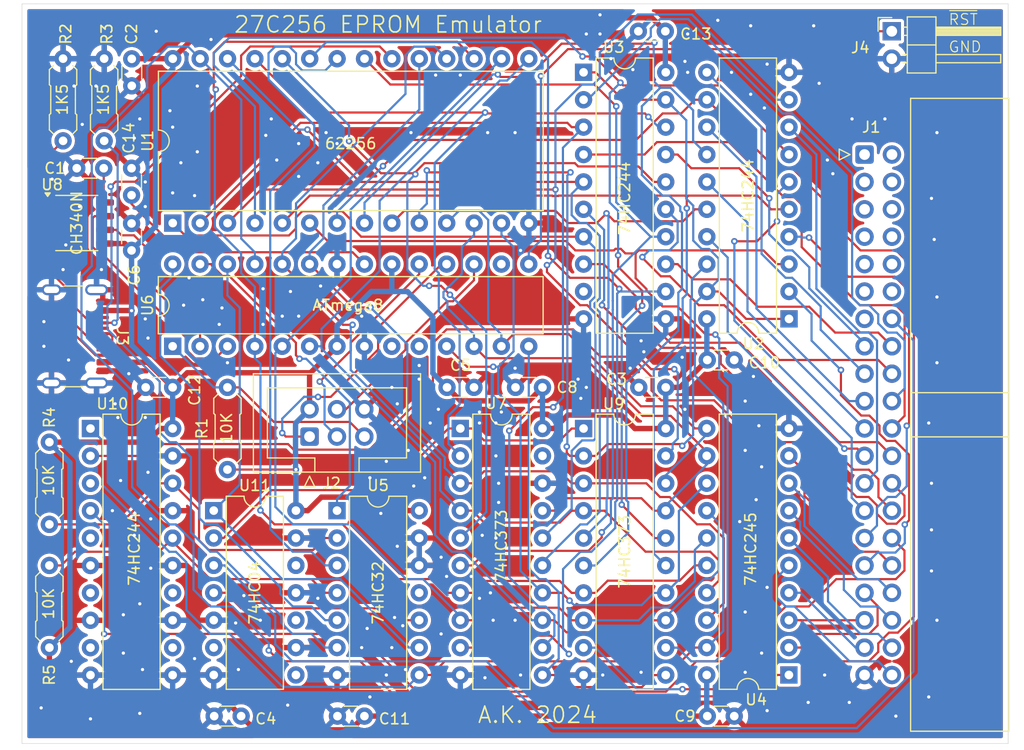
<source format=kicad_pcb>
(kicad_pcb (version 20240108) (generator "pcbnew") (generator_version "8.0")
  (layers (0 "F.Cu" signal) (31 "B.Cu" signal) (34 "B.Paste" user) (35 "F.Paste" user) (36 "B.SilkS" user "B.Silkscreen") (37 "F.SilkS" user "F.Silkscreen") (38 "B.Mask" user) (39 "F.Mask" user) (44 "Edge.Cuts" user))
  (net 0 "")
  (net 1 "GND")
  (net 2 "Net-(U8-V3)")
  (net 3 "VCC")
  (net 4 "Net-(U6-AREF)")
  (net 5 "/A8")
  (net 6 "/A3")
  (net 7 "/D6")
  (net 8 "/D7")
  (net 11 "/A10")
  (net 13 "/A12")
  (net 14 "/A11")
  (net 15 "/A1")
  (net 16 "Net-(J1-Pin_26)")
  (net 17 "/D5")
  (net 20 "/A14")
  (net 22 "/A13")
  (net 23 "/D3")
  (net 29 "/D4")
  (net 30 "/D2")
  (net 31 "/D1")
  (net 32 "/A2")
  (net 33 "Net-(J1-Pin_30)")
  (net 35 "/A4")
  (net 36 "/A6")
  (net 37 "/A7")
  (net 38 "/A0")
  (net 39 "/D0")
  (net 40 "Net-(J1-Pin_14)")
  (net 41 "/A5")
  (net 43 "/A9")
  (net 44 "/SCK")
  (net 45 "Net-(J2-Pin_5)")
  (net 46 "/MISO")
  (net 47 "/MOSI")
  (net 48 "Net-(U8-UD+)")
  (net 49 "Net-(U8-UD-)")
  (net 50 "Net-(J3-CC2)")
  (net 51 "Net-(J3-CC1)")
  (net 52 "Net-(J4-Pin_1)")
  (net 53 "Net-(U10-1Y0)")
  (net 54 "Net-(U10-1Y1)")
  (net 55 "/RAMA3")
  (net 56 "/RAMD5")
  (net 57 "/RAMD7")
  (net 58 "/RAMD0")
  (net 59 "/RAMA12")
  (net 60 "/RAMA8")
  (net 61 "/RAMA5")
  (net 62 "/RAMA7")
  (net 63 "/RAMD4")
  (net 64 "/RAMD1")
  (net 65 "/RAMA10")
  (net 66 "/RAMA4")
  (net 67 "/RAMA6")
  (net 68 "Net-(U1-~{CS})")
  (net 69 "/RAMD3")
  (net 70 "/RAMA0")
  (net 71 "/RAMA9")
  (net 72 "/RAMA14")
  (net 73 "/RAMA2")
  (net 74 "/RAMA13")
  (net 75 "/RAMD6")
  (net 76 "/RAMA1")
  (net 77 "/RAMA11")
  (net 78 "Net-(U1-~{OE})")
  (net 79 "/RAMD2")
  (net 80 "Net-(U1-~{WE})")
  (net 81 "Net-(U10-1OE)")
  (net 83 "Net-(U11-Pad4)")
  (net 84 "Net-(U6-PC5)")
  (net 86 "Net-(U6-PC3)")
  (net 87 "Net-(U6-PC4)")
  (net 88 "Net-(U6-PB0)")
  (net 90 "Net-(U6-PD0)")
  (net 93 "Net-(U6-PD1)")
  (net 95 "Net-(U7-OE)")
  (footprint "Connector_PinHeader_2.54mm:PinHeader_1x02_P2.54mm_Horizontal" (layer "F.Cu") (at 222.885 67.31)
    (property "Reference" "J4")
    (property "Value" "Conn_01x02")
  )
  (footprint "Package_SO:SOP-8_3.9x4.9mm_P1.27mm" (layer "F.Cu") (at 147.32 85.09)
    (property "Reference" "U8")
    (property "Value" "CH340N")
  )
  (footprint "PCM_Resistor_THT_AKL:R_Axial_DIN0207_L6.3mm_D2.5mm_P7.62mm_Horizontal" (layer "F.Cu") (at 144.78 124.46 90)
    (property "Reference" "R5")
    (property "Value" "10K" (hide yes))
  )
  (footprint "PCM_Resistor_THT_AKL:R_Axial_DIN0207_L6.3mm_D2.5mm_P7.62mm_Horizontal" (layer "F.Cu") (at 149.86 77.47 90)
    (property "Reference" "R3")
    (property "Value" "1K5" (hide yes))
  )
  (footprint "Connector_IDC:IDC-Header_2x20_P2.54mm_Horizontal" (layer "F.Cu") (at 220.3625 78.74)
    (property "Reference" "J1")
    (property "Value" "Conn_02x20_Odd_Even")
  )
  (footprint "Capacitor_THT:C_Disc_D3.0mm_W1.6mm_P2.50mm" (layer "F.Cu") (at 156.21 100.33 180)
    (property "Reference" "C12")
    (property "Value" "100n")
  )
  (footprint "PCM_Resistor_THT_AKL:R_Axial_DIN0207_L6.3mm_D2.5mm_P7.62mm_Horizontal" (layer "F.Cu") (at 161.29 107.95 90)
    (property "Reference" "R1")
    (property "Value" "10K" (hide yes))
  )
  (footprint "Capacitor_THT:C_Disc_D3.0mm_W1.6mm_P2.50mm" (layer "F.Cu") (at 181.65 100.33)
    (property "Reference" "C5")
    (property "Value" "100n")
  )
  (footprint "Capacitor_THT:C_Disc_D3.0mm_W1.6mm_P2.50mm" (layer "F.Cu") (at 201.93 100.33 180)
    (property "Reference" "C3")
    (property "Value" "100n")
  )
  (footprint "Package_DIP:DIP-20_W7.62mm" (layer "F.Cu") (at 148.59 104.145)
    (property "Reference" "U10")
    (property "Value" "74HC244")
  )
  (footprint "Capacitor_THT:C_Disc_D3.0mm_W1.6mm_P2.50mm" (layer "F.Cu") (at 201.89 67.31 180)
    (property "Reference" "C13")
    (property "Value" "100n")
  )
  (footprint "PCM_Resistor_THT_AKL:R_Axial_DIN0207_L6.3mm_D2.5mm_P7.62mm_Horizontal" (layer "F.Cu") (at 146.05 77.47 90)
    (property "Reference" "R2")
    (property "Value" "1K5" (hide yes))
  )
  (footprint "Capacitor_THT:C_Disc_D3.0mm_W1.6mm_P2.50mm" (layer "F.Cu") (at 173.99 130.81 180)
    (property "Reference" "C11")
    (property "Value" "100n")
  )
  (footprint "Package_DIP:DIP-28_W15.24mm" (layer "F.Cu") (at 156.22 85.095 90)
    (property "Reference" "U1")
    (property "Value" "62256")
  )
  (footprint "Package_DIP:DIP-14_W7.62mm" (layer "F.Cu") (at 171.45 111.755)
    (property "Reference" "U5")
    (property "Value" "74HC32")
  )
  (footprint "Connector_USB:USB_C_Receptacle_GCT_USB4105-xx-A_16P_TopMnt_Horizontal" (layer "F.Cu") (at 146.05 95.6 -90)
    (property "Reference" "J3")
    (property "Value" "USB_C_Receptacle_USB2.0_14P")
  )
  (footprint "Capacitor_THT:C_Disc_D3.0mm_W1.6mm_P2.50mm" (layer "F.Cu") (at 152.4 87.63 90)
    (property "Reference" "C6")
    (property "Value" "100n")
  )
  (footprint "Capacitor_THT:C_Disc_D3.0mm_W1.6mm_P2.50mm" (layer "F.Cu") (at 149.82 80.01 180)
    (property "Reference" "C1")
    (property "Value" "100n")
  )
  (footprint "Capacitor_THT:C_Disc_D3.0mm_W1.6mm_P2.50mm" (layer "F.Cu") (at 205.78 97.79)
    (property "Reference" "C10")
    (property "Value" "100n")
  )
  (footprint "Package_DIP:DIP-20_W7.62mm" (layer "F.Cu") (at 213.36 93.98 180)
    (property "Reference" "U2")
    (property "Value" "74HC244")
  )
  (footprint "Package_DIP:DIP-20_W7.62mm" (layer "F.Cu") (at 194.31 104.145)
    (property "Reference" "U9")
    (property "Value" "74HC373")
  )
  (footprint "Capacitor_THT:C_Disc_D3.0mm_W1.6mm_P2.50mm" (layer "F.Cu") (at 190.5 100.33 180)
    (property "Reference" "C8")
    (property "Value" "100n")
  )
  (footprint "Package_DIP:DIP-14_W7.62mm" (layer "F.Cu") (at 160.02 111.755)
    (property "Reference" "U11")
    (property "Value" "74HC04")
  )
  (footprint "Connector_IDC:IDC-Header_2x03_P2.54mm_Vertical" (layer "F.Cu") (at 168.905 104.8925 90)
    (property "Reference" "J2")
    (property "Value" "Conn_02x03_Odd_Even")
  )
  (footprint "Package_DIP:DIP-28_W7.62mm" (layer "F.Cu") (at 156.21 96.52 90)
    (property "Reference" "U6")
    (property "Value" "ATmega8")
  )
  (footprint "Capacitor_THT:C_Disc_D3.0mm_W1.6mm_P2.50mm" (layer "F.Cu") (at 162.56 130.81 180)
    (property "Reference" "C4")
    (property "Value" "100n")
  )
  (footprint "Package_DIP:DIP-20_W7.62mm" (layer "F.Cu") (at 213.35 126.995 180)
    (property "Reference" "U4")
    (property "Value" "74HC245")
  )
  (footprint "Package_DIP:DIP-20_W7.62mm" (layer "F.Cu") (at 194.31 71.12)
    (property "Reference" "U3")
    (property "Value" "74HC244")
  )
  (footprint "Capacitor_THT:C_Disc_D3.0mm_W1.6mm_P2.50mm" (layer "F.Cu") (at 152.42 69.87 -90)
    (property "Reference" "C2")
    (property "Value" "100n")
  )
  (footprint "Package_DIP:DIP-20_W7.62mm" (layer "F.Cu") (at 182.88 104.14)
    (property "Reference" "U7")
    (property "Value" "74HC373")
  )
  (footprint "PCM_Resistor_THT_AKL:R_Axial_DIN0207_L6.3mm_D2.5mm_P7.62mm_Horizontal" (layer "F.Cu") (at 144.78 105.41 -90)
    (property "Reference" "R4")
    (property "Value" "10K" (hide yes))
  )
  (footprint "Capacitor_THT:C_Disc_D3.0mm_W1.6mm_P2.50mm" (layer "F.Cu") (at 205.78 130.81)
    (property "Reference" "C9")
    (property "Value" "100n")
  )
  (footprint "Capacitor_THT:C_Disc_D3.0mm_W1.6mm_P2.50mm" (layer "F.Cu") (at 152.4 82.51 90)
    (property "Reference" "C14")
    (property "Value" "100n")
  )
  (gr_line (start 142.24 133.35) (end 233.68 133.35) (stroke (width 0.05)) (layer "Edge.Cuts"))
  (gr_line (start 233.68 132.08) (end 233.68 64.77) (stroke (width 0.05)) (layer "Edge.Cuts"))
  (gr_line (start 142.24 64.77) (end 142.24 133.35) (stroke (width 0.05)) (layer "Edge.Cuts"))
  (gr_line (start 233.68 133.35) (end 233.68 132.08) (stroke (width 0.05)) (layer "Edge.Cuts"))
  (gr_line (start 233.68 64.77) (end 143.51 64.77) (stroke (width 0.05)) (layer "Edge.Cuts"))
  (gr_line (start 143.51 64.77) (end 142.24 64.77) (stroke (width 0.05)) (layer "Edge.Cuts"))
  (gr_text "27C256 EPROM Emulator" (at 161.798 67.564 0) (layer "F.SilkS") (effects (font (size 1.5 1.5)) (justify left bottom)))
  (gr_text "~{RST}" (at 228.092 66.802 0) (layer "F.SilkS") (effects (font (size 1 1) (thickness 0.1)) (justify left bottom)))
  (gr_text "1K5" (at 150.368 75.184 90) (layer "F.SilkS") (effects (font (size 1 1)) (justify left bottom)))
  (gr_text "GND" (at 228.092 69.342 0) (layer "F.SilkS") (effects (font (size 1 1) (thickness 0.1)) (justify left bottom)))
  (gr_text "10K" (at 161.798 105.664 90) (layer "F.SilkS") (effects (font (size 1 1)) (justify left bottom)))
  (gr_text "A.K. 2024" (at 184.404 131.572 0) (layer "F.SilkS") (effects (font (size 1.5 1.5)) (justify left bottom)))
  (gr_text "1K5" (at 146.558 75.184 90) (layer "F.SilkS") (effects (font (size 1 1)) (justify left bottom)))
  (gr_text "10K" (at 145.288 121.92 90) (layer "F.SilkS") (effects (font (size 1 1)) (justify left bottom)))
  (gr_text "10K" (at 145.288 110.49 90) (layer "F.SilkS") (effects (font (size 1 1)) (justify left bottom)))
  (via (at 179.07 99.568) (size 0.6) (drill 0.3) (layers "F.Cu" "B.Cu") (net 1))
  (via (at 227.076 121.92) (size 0.6) (drill 0.3) (layers "F.Cu" "B.Cu") (net 1))
  (via (at 169.672 119.888) (size 0.6) (drill 0.3) (layers "F.Cu" "B.Cu") (net 1))
  (via (at 174.244 122.682) (size 0.6) (drill 0.3) (layers "F.Cu" "B.Cu") (net 1))
  (via (at 195.834 65.786) (size 0.6) (drill 0.3) (layers "F.Cu" "B.Cu") (net 1))
  (via (at 154.686 67.31) (size 0.6) (drill 0.3) (layers "F.Cu" "B.Cu") (net 1))
  (via (at 227.076 91.948) (size 0.6) (drill 0.3) (layers "F.Cu" "B.Cu") (net 1))
  (via (at 210.566 103.886) (size 0.6) (drill 0.3) (layers "F.Cu" "B.Cu") (net 1))
  (via (at 151.13 103.124) (size 0.6) (drill 0.3) (layers "F.Cu" "B.Cu") (net 1))
  (via (at 216.662 127) (size 0.6) (drill 0.3) (layers "F.Cu" "B.Cu") (net 1))
  (via (at 178.308 76.708) (size 0.6) (drill 0.3) (layers "F.Cu" "B.Cu") (net 1))
  (via (at 144.272 96.52) (size 0.6) (drill 0.3) (layers "F.Cu" "B.Cu") (net 1))
  (via (at 215.646 66.802) (size 0.6) (drill 0.3) (layers "F.Cu" "B.Cu") (net 1))
  (via (at 196.85 69.85) (size 0.6) (drill 0.3) (layers "F.Cu" "B.Cu") (net 1))
  (via (at 166.37 93.726) (size 0.6) (drill 0.3) (layers "F.Cu" "B.Cu") (net 1))
  (via (at 179.578 108.712) (size 0.6) (drill 0.3) (layers "F.Cu" "B.Cu") (net 1))
  (via (at 158.496 78.486) (size 0.6) (drill 0.3) (layers "F.Cu" "B.Cu") (net 1))
  (via (at 219.202 75.438) (size 0.6) (drill 0.3) (layers "F.Cu" "B.Cu") (net 1))
  (via (at 218.948 129.54) (size 0.6) (drill 0.3) (layers "F.Cu" "B.Cu") (net 1))
  (via (at 194.564 100.33) (size 0.6) (drill 0.3) (layers "F.Cu" "B.Cu") (net 1))
  (via (at 176.022 107.188) (size 0.6) (drill 0.3) (layers "F.Cu" "B.Cu") (net 1))
  (via (at 158.242 82.55) (size 0.6) (drill 0.3) (layers "F.Cu" "B.Cu") (net 1))
  (via (at 186.182 106.68) (size 0.6) (drill 0.3) (layers "F.Cu" "B.Cu") (net 1))
  (via (at 188.468 87.63) (size 0.6) (drill 0.3) (layers "F.Cu" "B.Cu") (net 1))
  (via (at 215.138 129.54) (size 0.6) (drill 0.3) (layers "F.Cu" "B.Cu") (net 1))
  (via (at 199.644 126.746) (size 0.6) (drill 0.3) (layers "F.Cu" "B.Cu") (net 1))
  (via (at 147.066 72.39) (size 0.6) (drill 0.3) (layers "F.Cu" "B.Cu") (net 1))
  (via (at 227.076 76.708) (size 0.6) (drill 0.3) (layers "F.Cu" "B.Cu") (net 1))
  (via (at 208.788 112.776) (size 0.6) (drill 0.3) (layers "F.Cu" "B.Cu") (net 1))
  (via (at 177.546 122.428) (size 0.6) (drill 0.3) (layers "F.Cu" "B.Cu") (net 1))
  (via (at 226.568 82.804) (size 0.6) (drill 0.3) (layers "F.Cu" "B.Cu") (net 1))
  (via (at 170.434 76.708) (size 0.6) (drill 0.3) (layers "F.Cu" "B.Cu") (net 1))
  (via (at 153.162 130.556) (size 0.6) (drill 0.3) (layers "F.Cu" "B.Cu") (net 1))
  (via (at 177.038 115.062) (size 0.6) (drill 0.3) (layers "F.Cu" "B.Cu") (net 1))
  (via (at 222.25 75.438) (size 0.6) (drill 0.3) (layers "F.Cu" "B.Cu") (net 1))
  (via (at 162.306 126.492) (size 0.6) (drill 0.3) (layers "F.Cu" "B.Cu") (net 1))
  (via (at 159.766 68.072) (size 0.6) (drill 0.3) (layers "F.Cu" "B.Cu") (net 1))
  (via (at 206.756 66.294) (size 0.6) (drill 0.3) (layers "F.Cu" "B.Cu") (net 1))
  (via (at 147.574 83.566) (size 0.6) (drill 0.3) (layers "F.Cu" "B.Cu") (net 1))
  (via (at 187.96 76.708) (size 0.6) (drill 0.3) (layers "F.Cu" "B.Cu") (net 1))
  (via (at 150.622 111.76) (size 0.6) (drill 0.3) (layers "F.Cu" "B.Cu") (net 1))
  (via (at 156.972 79.502) (size 0.6) (drill 0.3) (layers "F.Cu" "B.Cu") (net 1))
  (via (at 153.924 108.204) (size 0.6) (drill 0.3) (layers "F.Cu" "B.Cu") (net 1))
  (via (at 185.166 127.254) (size 0.6) (drill 0.3) (layers "F.Cu" "B.Cu") (net 1))
  (via (at 186.436 110.998) (size 0.6) (drill 0.3) (layers "F.Cu" "B.Cu") (net 1))
  (via (at 199.644 96.012) (size 0.6) (drill 0.3) (layers "F.Cu" "B.Cu") (net 1))
  (via (at 164.592 94.488) (size 0.6) (drill 0.3) (layers "F.Cu" "B.Cu") (net 1))
  (via (at 226.822 86.614) (size 0.6) (drill 0.3) (layers "F.Cu" "B.Cu") (net 1))
  (via (at 176.784 121.666) (size 0.6) (drill 0.3) (layers "F.Cu" "B.Cu") (net 1))
  (via (at 180.594 71.374) (size 0.6) (drill 0.3) (layers "F.Cu" "B.Cu") (net 1))
  (via (at 183.896 117.856) (size 0.6) (drill 0.3) (layers "F.Cu" "B.Cu") (net 1))
  (via (at 210.82 124.968) (size 0.6) (drill 0.3) (layers "F.Cu" "B.Cu") (net 1))
  (via (at 169.926 90.932) (size 0.6) (drill 0.3) (layers "F.Cu" "B.Cu") (net 1))
  (via (at 158.496 72.39) (size 0.6) (drill 0.3) (layers "F.Cu" "B.Cu") (net 1))
  (via (at 226.568 113.538) (size 0.6) (drill 0.3) (layers "F.Cu" "B.Cu") (net 1))
  (via (at 156.21 76.2) (size 0.6) (drill 0.3) (layers "F.Cu" "B.Cu") (net 1))
  (via (at 157.226 92.71) (size 0.6) (drill 0.3) (layers "F.Cu" "B.Cu") (net 1))
  (via (at 194.564 67.564) (size 0.6) (drill 0.3) (layers "F.Cu" "B.Cu") (net 1))
  (via (at 227.076 98.044) (size 0.6) (drill 0.3) (layers "F.Cu" "B.Cu") (net 1))
  (via (at 211.074 74.422) (size 0.6) (drill 0.3) (layers "F.Cu" "B.Cu") (net 1))
  (via (at 154.178 117.094) (size 0.6) (drill 0.3) (layers "F.Cu" "B.Cu") (net 1))
  (via (at 186.69 102.616) (size 0.6) (drill 0.3) (layers "F.Cu" "B.Cu") (net 1))
  (via (at 179.07 98.298) (size 0.6) (drill 0.3) (layers "F.Cu" "B.Cu") (net 1))
  (via (at 217.424 80.518) (size 0.6) (drill 0.3) (layers "F.Cu" "B.Cu") (net 1))
  (via (at 152.146 99.06) (size 0.6) (drill 0.3) (layers "F.Cu" "B.Cu") (net 1))
  (via (at 164.338 121.92) (size 0.6) (drill 0.3) (layers "F.Cu" "B.Cu") (net 1))
  (via (at 160.528 94.488) (size 0.6) (drill 0.3) (layers "F.Cu" "B.Cu") (net 1))
  (via (at 177.8 126.492) (size 0.6) (drill 0.3) (layers "F.Cu" "B.Cu") (net 1))
  (via (at 155.956 74.676) (size 0.6) (drill 0.3) (layers "F.Cu" "B.Cu") (net 1))
  (via (at 174.498 129.032) (size 0.6) (drill 0.3) (layers "F.Cu" "B.Cu") (net 1))
  (via (at 226.568 109.22) (size 0.6) (drill 0.3) (layers "F.Cu" "B.Cu") (net 1))
  (via (at 209.804 66.802) (size 0.6) (drill 0.3) (layers "F.Cu" "B.Cu") (net 1))
  (via (at 181.102 116.078) (size 0.6) (drill 0.3) (layers "F.Cu" "B.Cu") (net 1))
  (via (at 210.312 110.744) (size 0.6) (drill 0.3) (layers "F.Cu" "B.Cu") (net 1))
  (via (at 209.296 121.158) (size 0.6) (drill 0.3) (layers "F.Cu" "B.Cu") (net 1))
  (via (at 186.436 109.22) (size 0.6) (drill 0.3) (layers "F.Cu" "B.Cu") (net 1))
  (via (at 144.018 130.048) (size 0.6) (drill 0.3) (layers "F.Cu" "B.Cu") (net 1))
  (via (at 167.894 80.772) (size 0.6) (drill 0.3) (layers "F.Cu" "B.Cu") (net 1))
  (via (at 149.098 72.39) (size 0.6) (drill 0.3) (layers "F.Cu" "B.Cu") (net 1))
  (via (at 151.384 108.966) (size 0.6) (drill 0.3) (layers "F.Cu" "B.Cu") (net 1))
  (via (at 159.004 92.202) (size 0.6) (drill 0.3) (layers "F.Cu" "B.Cu") (net 1))
  (via (at 176.53 124.46) (size 0.6) (drill 0.3) (layers "F.Cu" "B.Cu") (net 1))
  (via (at 181.102 123.19) (size 0.6) (drill 0.3) (layers "F.Cu" "B.Cu") (net 1))
  (via (at 178.562 109.474) (size 0.6) (drill 0.3) (layers "F.Cu" "B.Cu") (net 1))
  (via (at 145.034 81.026) (size 0.6) (drill 0.3) (layers "F.Cu" "B.Cu") (net 1))
  (via (at 198.628 98.552) (size 0.6) (drill 0.3) (layers "F.Cu" "B.Cu") (net 1))
  (via (at 196.088 127) (size 0.6) (drill 0.3) (layers "F.Cu" "B.Cu") (net 1))
  (via (at 167.894 93.726) (size 0.6) (drill 0.3) (layers "F.Cu" "B.Cu") (net 1))
  (via (at 160.782 92.964) (size 0.6) (drill 0.3) (layers "F.Cu" "B.Cu") (net 1))
  (via (at 146.05 89.408) (size 0.6) (drill 0.3) (layers "F.Cu" "B.Cu") (net 1))
  (via (at 176.53 100.33) (size 0.6) (drill 0.3) (layers "F.Cu" "B.Cu") (net 1))
  (via (at 152.654 77.216) (size 0.6) (drill 0.3) (layers "F.Cu" "B.Cu") (net 1))
  (via (at 193.802 99.568) (size 0.6) (drill 0.3) (layers "F.Cu" "B.Cu") (net 1))
  (via (at 151.638 121.412) (size 0.6) (drill 0.3) (layers "F.Cu" "B.Cu") (net 1))
  (via (at 175.514 112.014) (size 0.6) (drill 0.3) (layers "F.Cu" "B.Cu") (net 1))
  (via (at 169.672 79.502) (size 0.6) (drill 0.3) (layers "F.Cu" "B.Cu") (net 1))
  (via (at 153.162 75.438) (size 0.6) (drill 0.3) (layers "F.Cu" "B.Cu") (net 1))
  (via (at 150.876 101.854) (size 0.6) (drill 0.3) (layers "F.Cu" "B.Cu") (net 1))
  (via (at 184.658 119.888) (size 0.6) (drill 0.3) (layers "F.Cu" "B.Cu") (net 1))
  (via (at 178.054 106.172) (size 0.6) (drill 0.3) (layers "F.Cu" "B.Cu") (net 1))
  (via (at 211.328 118.872) (size 0.6) (drill 0.3) (layers "F.Cu" "B.Cu") (net 1))
  (via (at 153.67 83.566) (size 0.6) (drill 0.3) (layers "F.Cu" "B.Cu") (net 1))
  (via (at 152.654 114.046) (size 0.6) (drill 0.3) (layers "F.Cu" "B.Cu") (net 1))
  (via (at 182.88 71.374) (size 0.6) (drill 0.3) (layers "F.Cu" "B.Cu") (net 1))
  (via (at 195.834 67.564) (size 0.6) (drill 0.3) (layers "F.Cu" "B.Cu") (net 1))
  (via (at 144.272 94.234) (size 0.6) (drill 0.3) (layers "F.Cu" "B.Cu") (net 1))
  (via (at 209.296 126.746) (size 0.6) (drill 0.3) (layers "F.Cu" "B.Cu") (net 1))
  (via (at 180.848 102.362) (size 0.6) (drill 0.3) (layers "F.Cu" "B.Cu") (net 1))
  (via (at 208.026 71.12) (size 0.6) (drill 0.3) (layers "F.Cu" "B.Cu") (net 1))
  (via (at 209.296 101.6) (size 0.6) (drill 0.3) (layers "F.Cu" "B.Cu") (net 1))
  (via (at 209.296 106.172) (size 0.6) (drill 0.3) (layers "F.Cu" "B.Cu") (net 1))
  (via (at 216.154 72.136) (size 0.6) (drill 0.3) (layers "F.Cu" "B.Cu") (net 1))
  (via (at 203.454 97.536) (size 0.6) (drill 0.3) (layers "F.Cu" "B.Cu") (net 1))
  (via (at 156.21 82.296) (size 0.6) (drill 0.3) (layers "F.Cu" "B.Cu") (net 1))
  (via (at 165.354 75.438) (size 0.6) (drill 0.3) (layers "F.Cu" "B.Cu") (net 1))
  (via (at 181.61 117.856) (size 0.6) (drill 0.3) (layers "F.Cu" "B.Cu") (net 1))
  (via (at 187.96 98.552) (size 0.6) (drill 0.3) (layers "F.Cu" "B.Cu") (net 1))
  (via (at 226.314 103.632) (size 0.6) (drill 0.3) (layers "F.Cu" "B.Cu") (net 1))
  (via (at 203.708 102.362) (size 0.6) (drill 0.3) (layers "F.Cu" "B.Cu") (net 1))
  (via (at 210.058 99.314) (size 0.6) (drill 0.3) (layers "F.Cu" "B.Cu") (net 1))
  (via (at 167.132 91.44) (size 0.6) (drill 0.3) (layers "F.Cu" "B.Cu") (net 1))
  (via (at 184.658 102.616) (size 0.6) (drill 0.3) (layers "F.Cu" "B.Cu") (net 1))
  (via (at 210.82 107.696) (size 0.6) (drill 0.3) (layers "F.Cu" "B.Cu") (net 1))
  (via (at 153.67 103.124) (size 0.6) (drill 0.3) (layers "F.Cu" "B.Cu") (net 1))
  (via (at 153.67 81.28) (size 0.6) (drill 0.3) (layers "F.Cu" "B.Cu") (net 1))
  (via (at 146.812 125.73) (size 0.6) (drill 0.3) (layers "F.Cu" "B.Cu") (net 1))
  (via (at 226.314 129.032) (size 0.6) (drill 0.3) (layers "F.Cu" "B.Cu") (net 1))
  (via (at 153.416 126.492) (size 0.6) (drill 0.3) (layers "F.Cu" "B.Cu") (net 1))
  (via (at 174.498 108.712) (size 0.6) (drill 0.3) (layers "F.Cu" "B.Cu") (net 1))
  (via (at 216.916 79.248) (size 0.6) (drill 0.3) (layers "F.Cu" "B.Cu") (net 1))
  (via (at 146.558 97.79) (size 0.6) (drill 0.3) (layers "F.Cu" "B.Cu") (net 1))
  (via (at 153.67 93.98) (size 0.6) (drill 0.3) (layers "F.Cu" "B.Cu") (net 1))
  (via (at 185.674 119.38) (size 0.6) (drill 0.3) (layers "F.Cu" "B.Cu") (net 1))
  (via (at 226.568 117.348) (size 0.6) (drill 0.3) (layers "F.Cu" "B.Cu") (net 1))
  (via (at 157.734 90.17) (size 0.6) (drill 0.3) (layers "F.Cu" "B.Cu") (net 1))
  (via (at 184.658 103.632) (size 0.6) (drill 0.3) (layers "F.Cu" "B.Cu") (net 1))
  (via (at 149.606 89.408) (size 0.6) (drill 0.3) (layers "F.Cu" "B.Cu") (net 1))
  (via (at 198.882 70.866) (size 0.6) (drill 0.3) (layers "F.Cu" "B.Cu") (net 1))
  (via (at 164.846 76.962) (size 0.6) (drill 0.3) (layers "F.Cu" "B.Cu") (net 1))
  (via (at 188.468 127) (size 0.6) (drill 0.3) (layers "F.Cu" "B.Cu") (net 1))
  (via (at 199.898 97.028) (size 0.6) (drill 0.3) (layers "F.Cu" "B.Cu") (net 1))
  (via (at 209.804 73.152) (size 0.6) (drill 0.3) (layers "F.Cu" "B.Cu") (net 1))
  (via (at 180.086 103.632) (size 0.6) (drill 0.3) (layers "F.Cu" "B.Cu") (net 1))
  (via (at 154.178 112.522) (size 0.6) (drill 0.3) (layers "F.Cu" "B.Cu") (net 1))
  (via (at 158.242 125.476) (size 0.6) (drill 0.3) (layers "F.Cu" "B.Cu") (net 1))
  (via (at 203.962 71.12) (size 0.6) (drill 0.3) (layers "F.Cu" "B.Cu") (net 1))
  (via (at 223.266 130.81) (size 0.6) (drill 0.3) (layers "F.Cu" "B.Cu") (net 1))
  (via (at 162.814 119.634) (size 0.6) (drill 0.3) (layers "F.Cu" "B.Cu") (net 1))
  (via (at 203.962 67.564) (size 0.6) (drill 0.3) (layers "F.Cu" "B.Cu") (net 1))
  (via (at 185.42 76.708) (size 0.6) (drill 0.3) (layers "F.Cu" "B.Cu") (net 1))
  (via (at 176.022 127) (size 0.6) (drill 0.3) (layers "F.Cu" "B.Cu") (net 1))
  (via (at 165.862 79.248) (size 0.6) (drill 0.3) (layers "F.Cu" "B.Cu") (net 1))
  (via (at 147.828 75.946) (size 0.6) (drill 0.3) (layers "F.Cu" "B.Cu") (net 1))
  (via (at 203.708 70.104) (size 0.6) (drill 0.3) (layers "F.Cu" "B.Cu") (net 1))
  (via (at 164.592 91.186) (size 0.6) (drill 0.3) (layers "F.Cu" "B.Cu") (net 1))
  (via (at 173.736 124.46) (size 0.6) (drill 0.3) (layers "F.Cu" "B.Cu") (net 1))
  (via (at 211.328 70.358) (size 0.6) (drill 0.3) (layers "F.Cu" "B.Cu") (net 1))
  (via (at 148.59 131.064) (size 0.6) (drill 0.3) (layers "F.Cu" "B.Cu") (net 1))
  (via (at 186.182 103.632) (size 0.6) (drill 0.3) (layers "F.Cu" "B.Cu") (net 1))
  (via (at 161.29 98.044) (size 0.6) (drill 0.3) (layers "F.Cu" "B.Cu") (net 1))
  (via (at 153.924 95.758) (size 0.6) (drill 0.3) (layers "F.Cu" "B.Cu") (net 1))
  (via (at 187.96 121.92) (size 0.6) (drill 0.3) (layers "F.Cu" "B.Cu") (net 1))
  (via (at 153.162 120.396) (size 0.6) (drill 0.3) (layers "F.Cu" "B.Cu") (net 1))
  (via (at 146.304 87.122) (size 0.6) (drill 0.3) (layers "F.Cu" "B.Cu") (net 1))
  (via (at 194.056 101.346) (size 0.6) (drill 0.3) (layers "F.Cu" "B.Cu") (net 1))
  (via (at 184.912 114.046) (size 0.6) (drill 0.3) (layers "F.Cu" "B.Cu") (net 1))
  (via (at 173.736 93.726) (size 0.6) (drill 0.3) (layers "F.Cu" "B.Cu") (net 1))
  (via (at 171.45 77.724) (size 0.6) (drill 0.3) (layers "F.Cu" "B.Cu") (net 1))
  (via (at 185.928 121.92) (size 0.6) (drill 0.3) (layers "F.Cu" "B.Cu") (net 1))
  (via (at 177.038 101.854) (size 0.6) (drill 0.3) (layers "F.Cu" "B.Cu") (net 1))
  (via (at 211.328 130.302) (size 0.6) (drill 0.3) (layers "F.Cu" "B.Cu") (net 1))
  (via (at 162.052 122.174) (size 0.6) (drill 0.3) (layers "F.Cu" "B.Cu") (net 1))
  (via (at 167.894 77.724) (size 0.6) (drill 0.3) (layers "F.Cu" "B.Cu") (net 1))
  (via (at 166.878 129.794) (size 0.6) (drill 0.3) (layers "F.Cu" "B.Cu") (net 1))
  (via (at 186.182 114.3) (size 0.6) (drill 0.3) (layers "F.Cu" "B.Cu") (net 1))
  (via (at 151.638 124.968) (size 0.6) (drill 0.3) (layers "F.Cu" "B.Cu") (net 1))
  (segment (start 149.82 83.06) (end 149.945 83.185) (width 0.2) (layer "F.Cu") (net 2))
  (segment (start 149.82 80.01) (end 149.82 83.06) (width 0.2) (layer "F.Cu") (net 2))
  (segment (start 198.1 66.06) (end 197.485 66.675) (width 0.5) (layer "F.Cu") (net 3))
  (segment (start 147.4826 105.41) (end 144.78 105.41) (width 0.5) (layer "F.Cu") (net 3))
  (segment (start 163.83 132.08) (end 172.72 132.08) (width 0.5) (layer "F.Cu") (net 3))
  (segment (start 152.382 93.2) (end 152.4 93.218) (width 0.5) (layer "F.Cu") (net 3))
  (segment (start 168.9949 98.9751) (end 171.45 96.52) (width 0.5) (layer "F.Cu") (net 3))
  (segment (start 144.78 126.365) (end 147.32 128.905) (width 0.5) (layer "F.Cu") (net 3))
  (segment (start 151.4642 98) (end 149.73 98) (width 0.5) (layer "F.Cu") (net 3))
  (segment (start 197.8137 102.895) (end 192.8467 102.895) (width 0.5) (layer "F.Cu") (net 3))
  (segment (start 155.1083 104.145) (end 153.8433 105.41) (width 0.5) (layer "F.Cu") (net 3))
  (segment (start 156.21 104.145) (end 155.1083 104.145) (width 0.5) (layer "F.Cu") (net 3))
  (segment (start 191.6017 104.14) (end 190.5 104.14) (width 0.5) (layer "F.Cu") (net 3))
  (segment (start 159.4 66.675) (end 159.3925 66.6825) (width 0.5) (layer "F.Cu") (net 3))
  (segment (start 169.9917 110.505) (end 176.7183 110.505) (width 0.5) (layer "F.Cu") (net 3))
  (segment (start 157.5649 98.9751) (end 168.9949 98.9751) (width 0.5) (layer "F.Cu") (net 3))
  (segment (start 177.9683 111.755) (end 179.07 111.755) (width 0.5) (layer "F.Cu") (net 3))
  (segment (start 167.64 111.755) (end 168.7417 111.755) (width 0.5) (layer "F.Cu") (net 3))
  (segment (start 200.64 66.06) (end 198.1 66.06) (width 0.5) (layer "F.Cu") (net 3))
  (segment (start 152.435 69.855) (end 152.42 69.87) (width 0.5) (layer "F.Cu") (net 3))
  (segment (start 176.7183 110.505) (end 177.9683 111.755) (width 0.5) (layer "F.Cu") (net 3))
  (segment (start 205.78 97.79) (end 203.24 100.33) (width 0.5) (layer "F.Cu") (net 3))
  (segment (start 157.5649 98.9751) (end 156.21 100.33) (width 0.5) (layer "F.Cu") (net 3))
  (segment (start 156.22 69.855) (end 152.435 69.855) (width 0.5) (layer "F.Cu") (net 3))
  (segment (start 156.21 100.33) (end 153.88 98) (width 0.5) (layer "F.Cu") (net 3))
  (segment (start 168.7417 111.755) (end 169.9917 110.505) (width 0.5) (layer "F.Cu") (net 3))
  (segment (start 189.25 101.58) (end 190.5 100.33) (width 0.5) (layer "F.Cu") (net 3))
  (segment (start 205.78 130.81) (end 173.99 130.81) (width 0.5) (layer "F.Cu") (net 3))
  (segment (start 149.73 93.2) (end 152.382 93.2) (width 0.5) (layer "F.Cu") (net 3))
  (segment (start 153.88 98) (end 151.4642 98) (width 0.5) (layer "F.Cu") (net 3))
  (segment (start 156.22 69.855) (end 159.3925 66.6825) (width 0.5) (layer "F.Cu") (net 3))
  (segment (start 144.78 124.46) (end 144.78 126.365) (width 0.5) (layer "F.Cu") (net 3))
  (segment (start 201.89 67.31) (end 200.64 66.06) (width 0.5) (layer "F.Cu") (net 3))
  (segment (start 161.29 107.95) (end 167.64 107.95) (width 0.2) (layer "F.Cu") (net 3))
  (segment (start 203.24 100.33) (end 201.93 100.33) (width 0.5) (layer "F.Cu") (net 3))
  (segment (start 168.905 99.065) (end 168.9949 98.9751) (width 0.5) (layer "F.Cu") (net 3))
  (segment (start 197.485 66.675) (end 159.4 66.675) (width 0.5) (layer "F.Cu") (net 3))
  (segment (start 181.65 100.33) (end 182.9 101.58) (width 0.5) (layer "F.Cu") (net 3))
  (segment (start 151.765 86.995) (end 152.4 87.63) (width 0.5) (layer "F.Cu") (net 3))
  (segment (start 160.655 128.905) (end 162.56 130.81) (width 0.5) (layer "F.Cu") (net 3))
  (segment (start 147.32 128.905) (end 160.655 128.905) (width 0.5) (layer "F.Cu") (net 3))
  (segment (start 149.945 86.995) (end 151.765 86.995) (width 0.5) (layer "F.Cu") (net 3))
  (segment (start 201.93 104.145) (end 199.0637 104.145) (width 0.5) (layer "F.Cu") (net 3))
  (segment (start 162.56 130.81) (end 163.83 132.08) (width 0.5) (layer "F.Cu") (net 3))
  (segment (start 192.8467 102.895) (end 191.6017 104.14) (width 0.5) (layer "F.Cu") (net 3))
  (segment (start 182.9 101.58) (end 189.25 101.58) (width 0.5) (layer "F.Cu") (net 3))
  (segment (start 199.0637 104.145) (end 197.8137 102.895) (width 0.5) (layer "F.Cu") (net 3))
  (segment (start 168.905 102.3525) (end 168.905 99.065) (width 0.5) (layer "F.Cu") (net 3))
  (segment (start 153.8433 105.41) (end 147.4826 105.41) (width 0.5) (layer "F.Cu") (net 3))
  (segment (start 172.72 132.08) (end 173.99 130.81) (width 0.5) (layer "F.Cu") (net 3))
  (via (at 152.4 93.218) (size 0.6) (drill 0.3) (layers "F.Cu" "B.Cu") (net 3))
  (via (at 167.64 107.95) (size 0.6) (drill 0.3) (layers "F.Cu" "B.Cu") (net 3))
  (segment (start 152.4 87.63) (end 154.6204 85.4096) (width 0.5) (layer "B.Cu") (net 3))
  (segment (start 205.78 130.81) (end 205.73 130.76) (width 0.5) (layer "B.Cu") (net 3))
  (segment (start 154.6204 85.4096) (end 154.6204 72.39) (width 0.5) (layer "B.Cu") (net 3))
  (segment (start 201.93 100.33) (end 201.93 104.145) (width 0.5) (layer "B.Cu") (net 3))
  (segment (start 201.89 67.31) (end 201.89 71.08) (width 0.5) (layer "B.Cu") (net 3))
  (segment (start 156.21 100.33) (end 156.21 104.145) (width 0.5) (layer "B.Cu") (net 3))
  (segment (start 180.34 93.8117) (end 180.34 99.02) (width 0.5) (layer "B.Cu") (net 3))
  (segment (start 171.45 96.52) (end 171.45 94.615) (width 0.5) (layer "B.Cu") (net 3))
  (segment (start 156.22 70.7904) (end 156.22 69.855) (width 0.5) (layer "B.Cu") (net 3))
  (segment (start 152.4 93.218) (end 152.4 87.63) (width 0.5) (layer "B.Cu") (net 3))
  (segment (start 167.605 103.6525) (end 167.605 107.915) (width 0.5) (layer "B.Cu") (net 3))
  (segment (start 167.64 111.755) (end 167.64 107.95) (width 0.5) (layer "B.Cu") (net 3))
  (segment (start 190.5 100.33) (end 190.5 104.14) (width 0.5) (layer "B.Cu") (net 3))
  (segment (start 154.6204 72.39) (end 156.22 70.7904) (width 0.5) (layer "B.Cu") (net 3))
  (segment (start 144.78 105.41) (end 146.685 107.315) (width 0.5) (layer "B.Cu") (net 3))
  (segment (start 201.89 71.08) (end 201.93 71.12) (width 0.5) (layer "B.Cu") (net 3))
  (segment (start 174.625 91.44) (end 176.53 91.44) (width 0.5) (layer "B.Cu") (net 3))
  (segment (start 152.4 96.402582) (end 152.4 93.218) (width 0.5) (layer "B.Cu") (net 3))
  (segment (start 168.905 102.3525) (end 167.605 103.6525) (width 0.5) (layer "B.Cu") (net 3))
  (segment (start 167.605 107.915) (end 167.64 107.95) (width 0.5) (layer "B.Cu") (net 3))
  (segment (start 176.53 91.44) (end 177.9683 91.44) (width 0.5) (layer "B.Cu") (net 3))
  (segment (start 146.685 122.555) (end 144.78 124.46) (width 0.5) (layer "B.Cu") (net 3))
  (segment (start 146.685 107.315) (end 146.685 122.555) (width 0.5) (layer "B.Cu") (net 3))
  (segment (start 176.53 88.9) (end 176.53 91.44) (width 0.5) (layer "B.Cu") (net 3))
  (segment (start 205.78 97.79) (end 205.74 97.75) (width 0.5) (layer "B.Cu") (net 3))
  (segment (start 156.21 100.212582) (end 152.4 96.402582) (width 0.5) (layer "B.Cu") (net 3))
  (segment (start 171.45 94.615) (end 174.625 91.44) (width 0.5) (layer "B.Cu") (net 3))
  (segment (start 180.3371 93.8088) (end 180.3371 93.8117) (width 0.5) (layer "B.Cu") (net 3))
  (segment (start 205.74 97.75) (end 205.74 93.98) (width 0.5) (layer "B.Cu") (net 3))
  (segment (start 177.9683 91.44) (end 180.3371 93.8088) (width 0.5) (layer "B.Cu") (net 3))
  (segment (start 152.7168 87.63) (end 152.4 87.63) (width 0.5) (layer "B.Cu") (net 3))
  (segment (start 180.34 99.02) (end 181.65 100.33) (width 0.5) (layer "B.Cu") (net 3))
  (segment (start 205.73 130.76) (end 205.73 126.995) (width 0.5) (layer "B.Cu") (net 3))
  (segment (start 156.21 100.33) (end 156.21 100.212582) (width 0.5) (layer "B.Cu") (net 3))
  (segment (start 152.4 83.3265) (end 152.4 82.51) (width 0.2) (layer "F.Cu") (net 4))
  (segment (start 172.8883 87.7983) (end 156.8718 87.7983) (width 0.2) (layer "F.Cu") (net 4))
  (segment (start 173.99 88.9) (end 172.8883 87.7983) (width 0.2) (layer "F.Cu") (net 4))
  (segment (start 156.8718 87.7983) (end 152.4 83.3265) (width 0.2) (layer "F.Cu") (net 4))
  (segment (start 219.932 92.71) (end 219.2108 91.9888) (width 0.2) (layer "B.Cu") (net 5))
  (segment (start 219.2108 91.9888) (end 219.2108 80.4867) (width 0.2) (layer "B.Cu") (net 5))
  (segment (start 222.9025 101.6) (end 224.0818 100.4207) (width 0.2) (layer "B.Cu") (net 5))
  (segment (start 224.0818 100.4207) (end 224.0818 95.9858) (width 0.2) (layer "B.Cu") (net 5))
  (segment (start 223.346 95.25) (end 222.4841 95.25) (width 0.2) (layer "B.Cu") (net 5))
  (segment (start 221.6325 93.5616) (end 220.7809 92.71) (width 0.2) (layer "B.Cu") (net 5))
  (segment (start 201.4077 66.1833) (end 200.5423 67.0487) (width 0.2) (layer "B.Cu") (net 5))
  (segment (start 221.6325 94.3984) (end 221.6325 93.5616) (width 0.2) (layer "B.Cu") (net 5))
  (segment (start 224.0818 95.9858) (end 223.346 95.25) (width 0.2) (layer "B.Cu") (net 5))
  (segment (start 222.4841 95.25) (end 221.6325 94.3984) (width 0.2) (layer "B.Cu") (net 5))
  (segment (start 200.5423 67.7892) (end 194.6715 73.66) (width 0.2) (layer "B.Cu") (net 5))
  (segment (start 200.5423 67.0487) (end 200.5423 67.7892) (width 0.2) (layer "B.Cu") (net 5))
  (segment (start 220.7809 92.71) (end 219.932 92.71) (width 0.2) (layer "B.Cu") (net 5))
  (segment (start 204.0185 66.1833) (end 201.4077 66.1833) (width 0.2) (layer "B.Cu") (net 5))
  (segment (start 194.6715 73.66) (end 194.31 73.66) (width 0.2) (layer "B.Cu") (net 5))
  (segment (start 213.6541 74.93) (end 212.7652 74.93) (width 0.2) (layer "B.Cu") (net 5))
  (segment (start 212.7652 74.93) (end 204.0185 66.1833) (width 0.2) (layer "B.Cu") (net 5))
  (segment (start 219.2108 80.4867) (end 213.6541 74.93) (width 0.2) (layer "B.Cu") (net 5))
  (segment (start 213.36 76.2) (end 215.8976 78.7376) (width 0.2) (layer "B.Cu") (net 6))
  (segment (start 220.7479 95.2234) (end 221.5211 95.9966) (width 0.2) (layer "B.Cu") (net 6))
  (segment (start 221.5211 108.0614) (end 220.3625 109.22) (width 0.2) (layer "B.Cu") (net 6))
  (segment (start 221.5211 95.9966) (end 221.5211 108.0614) (width 0.2) (layer "B.Cu") (net 6))
  (segment (start 215.8976 78.7376) (end 215.8976 91.1813) (width 0.2) (layer "B.Cu") (net 6))
  (segment (start 215.8976 91.1813) (end 219.9397 95.2234) (width 0.2) (layer "B.Cu") (net 6))
  (segment (start 219.9397 95.2234) (end 220.7479 95.2234) (width 0.2) (layer "B.Cu") (net 6))
  (segment (start 222.9025 119.38) (end 221.6325 118.11) (width 0.2) (layer "B.Cu") (net 7))
  (segment (start 221.6325 118.11) (end 219.71 118.11) (width 0.2) (layer "B.Cu") (net 7))
  (segment (start 219.71 118.11) (end 214.7898 113.1898) (width 0.2) (layer "B.Cu") (net 7))
  (segment (start 214.7898 113.1898) (end 214.7898 110.6548) (width 0.2) (layer "B.Cu") (net 7))
  (segment (start 214.7898 110.6548) (end 213.35 109.215) (width 0.2) (layer "B.Cu") (net 7))
  (segment (start 221.6325 115.57) (end 219.9805 115.57) (width 0.2) (layer "F.Cu") (net 8))
  (segment (start 222.9025 116.84) (end 221.6325 115.57) (width 0.2) (layer "F.Cu") (net 8))
  (segment (start 214.7898 108.1148) (end 213.35 106.675) (width 0.2) (layer "F.Cu") (net 8))
  (segment (start 219.9805 115.57) (end 214.7898 110.3793) (width 0.2) (layer "F.Cu") (net 8))
  (segment (start 214.7898 110.3793) (end 214.7898 108.1148) (width 0.2) (layer "F.Cu") (net 8))
  (segment (start 206.2808 96.6613) (end 201.5633 96.6613) (width 0.2) (layer "F.Cu") (net 11))
  (segment (start 198.3032 94.996) (end 196.0172 92.71) (width 0.2) (layer "F.Cu") (net 11))
  (segment (start 220.7598 107.9619) (end 219.349 107.9619) (width 0.2) (layer "F.Cu") (net 11))
  (segment (start 201.5633 96.6613) (end 199.898 94.996) (width 0.2) (layer "F.Cu") (net 11))
  (segment (start 207.03 98.1312) (end 207.03 97.4105) (width 0.2) (layer "F.Cu") (net 11))
  (segment (start 211.7169 100.3298) (end 209.2286 100.3298) (width 0.2) (layer "F.Cu") (net 11))
  (segment (start 207.03 97.4105) (end 206.2808 96.6613) (width 0.2) (layer "F.Cu") (net 11))
  (segment (start 209.2286 100.3298) (end 207.03 98.1312) (width 0.2) (layer "F.Cu") (net 11))
  (segment (start 219.349 107.9619) (end 211.7169 100.3298) (width 0.2) (layer "F.Cu") (net 11))
  (segment (start 199.898 94.996) (end 198.3032 94.996) (width 0.2) (layer "F.Cu") (net 11))
  (segment (start 221.6504 110.5079) (end 221.6504 108.8525) (width 0.2) (layer "F.Cu") (net 11))
  (segment (start 222.9025 111.76) (end 221.6504 110.5079) (width 0.2) (layer "F.Cu") (net 11))
  (segment (start 221.6504 108.8525) (end 220.7598 107.9619) (width 0.2) (layer "F.Cu") (net 11))
  (via (at 196.0172 92.71) (size 0.6) (drill 0.3) (layers "F.Cu" "B.Cu") (net 11))
  (segment (start 195.9239 92.5202) (end 196.2151 92.229) (width 0.2) (layer "B.Cu") (net 11))
  (segment (start 195.9239 92.6167) (end 195.9239 92.5202) (width 0.2) (layer "B.Cu") (net 11))
  (segment (start 196.2151 92.229) (end 196.2151 85.7251) (width 0.2) (layer "B.Cu") (net 11))
  (segment (start 196.0172 92.71) (end 195.9239 92.6167) (width 0.2) (layer "B.Cu") (net 11))
  (segment (start 196.2151 85.7251) (end 194.31 83.82) (width 0.2) (layer "B.Cu") (net 11))
  (segment (start 201.93 78.74) (end 203.0317 78.74) (width 0.2) (layer "F.Cu") (net 13))
  (segment (start 208.7389 80.01) (end 204.3017 80.01) (width 0.2) (layer "F.Cu") (net 13))
  (segment (start 204.3017 80.01) (end 203.0317 78.74) (width 0.2) (layer "F.Cu") (net 13))
  (segment (start 211.5248 82.7959) (end 208.7389 80.01) (width 0.2) (layer "F.Cu") (net 13))
  (via (at 211.5248 82.7959) (size 0.6) (drill 0.3) (layers "F.Cu" "B.Cu") (net 13))
  (segment (start 211.5248 86.1266) (end 211.5248 82.7959) (width 0.2) (layer "B.Cu") (net 13))
  (segment (start 215.2392 91.1408) (end 215.2392 89.199) (width 0.2) (layer "B.Cu") (net 13))
  (segment (start 215.2392 89.199) (end 213.6702 87.63) (width 0.2) (layer "B.Cu") (net 13))
  (segment (start 220.3625 96.52) (end 220.3625 96.2641) (width 0.2) (layer "B.Cu") (net 13))
  (segment (start 220.3625 96.2641) (end 215.2392 91.1408) (width 0.2) (layer "B.Cu") (net 13))
  (segment (start 213.0282 87.63) (end 211.5248 86.1266) (width 0.2) (layer "B.Cu") (net 13))
  (segment (start 213.6702 87.63) (end 213.0282 87.63) (width 0.2) (layer "B.Cu") (net 13))
  (segment (start 199.1424 93.0036) (end 202.3289 96.1901) (width 0.2) (layer "F.Cu") (net 14))
  (segment (start 199.1424 91.8679) (end 199.1424 93.0036) (width 0.2) (layer "F.Cu") (net 14))
  (segment (start 194.31 88.9) (end 195.4117 88.9) (width 0.2) (layer "F.Cu") (net 14))
  (segment (start 218.0052 105.4072) (end 221.6297 105.4072) (width 0.2) (layer "F.Cu") (net 14))
  (segment (start 196.1745 88.9) (end 199.1424 91.8679) (width 0.2) (layer "F.Cu") (net 14))
  (segment (start 202.3289 96.1901) (end 208.7881 96.1901) (width 0.2) (layer "F.Cu") (net 14))
  (segment (start 208.7881 96.1901) (end 218.0052 105.4072) (width 0.2) (layer "F.Cu") (net 14))
  (segment (start 221.6297 105.4072) (end 222.9025 106.68) (width 0.2) (layer "F.Cu") (net 14))
  (segment (start 195.4117 88.9) (end 196.1745 88.9) (width 0.2) (layer "F.Cu") (net 14))
  (segment (start 223.176 90.0681) (end 218.8438 90.0681) (width 0.2) (layer "F.Cu") (net 15))
  (segment (start 218.8438 90.0681) (end 215.2149 86.4392) (width 0.2) (layer "F.Cu") (net 15))
  (segment (start 224.2747 103.8925) (end 224.4881 103.6791) (width 0.2) (layer "F.Cu") (net 15))
  (segment (start 224.4881 103.6791) (end 224.4881 91.3802) (width 0.2) (layer "F.Cu") (net 15))
  (segment (start 224.4881 91.3802) (end 223.176 90.0681) (width 0.2) (layer "F.Cu") (net 15))
  (via (at 215.2149 86.4392) (size 0.6) (drill 0.3) (layers "F.Cu" "B.Cu") (net 15))
  (via (at 224.2747 103.8925) (size 0.6) (drill 0.3) (layers "F.Cu" "B.Cu") (net 15))
  (segment (start 215.2149 86.4392) (end 214.5409 86.4392) (width 0.2) (layer "B.Cu") (net 15))
  (segment (start 223.2805 110.49) (end 224.2747 109.4958) (width 0.2) (layer "B.Cu") (net 15))
  (segment (start 213.36 86.36) (end 214.4617 86.36) (width 0.2) (layer "B.Cu") (net 15))
  (segment (start 222.5084 110.49) (end 223.2805 110.49) (width 0.2) (layer "B.Cu") (net 15))
  (segment (start 224.2747 109.4958) (end 224.2747 103.8925) (width 0.2) (layer "B.Cu") (net 15))
  (segment (start 221.5142 113.1483) (end 221.5142 111.4842) (width 0.2) (layer "B.Cu") (net 15))
  (segment (start 220.3625 114.3) (end 221.5142 113.1483) (width 0.2) (layer "B.Cu") (net 15))
  (segment (start 221.5142 111.4842) (end 222.5084 110.49) (width 0.2) (layer "B.Cu") (net 15))
  (segment (start 214.5409 86.4392) (end 214.4617 86.36) (width 0.2) (layer "B.Cu") (net 15))
  (segment (start 193.3435 94.953) (end 181.609 94.953) (width 0.2) (layer "F.Cu") (net 16))
  (segment (start 198.75445 97.4872) (end 195.8777 97.4872) (width 0.2) (layer "F.Cu") (net 16))
  (segment (start 154.235 106.685) (end 148.59 106.685) (width 0.2) (layer "F.Cu") (net 16))
  (segment (start 166.9083 105.5833) (end 155.3367 105.5833) (width 0.2) (layer "F.Cu") (net 16))
  (segment (start 224.0652 112.2271) (end 223.3223 112.97) (width 0.2) (layer "F.Cu") (net 16))
  (segment (start 180.34 96.222) (end 180.34 100.2224) (width 0.2) (layer "F.Cu") (net 16))
  (segment (start 167.4284 106.1034) (end 166.9083 105.5833) (width 0.2) (layer "F.Cu") (net 16))
  (segment (start 221.5142 111.264) (end 220.7402 110.49) (width 0.2) (layer "F.Cu") (net 16))
  (segment (start 195.8777 97.4872) (end 193.3435 94.953) (width 0.2) (layer "F.Cu") (net 16))
  (segment (start 201.5151 101.5295) (end 200.6053 100.6197) (width 0.2) (layer "F.Cu") (net 16))
  (segment (start 223.3223 112.97) (end 222.4241 112.97) (width 0.2) (layer "F.Cu") (net 16))
  (segment (start 155.3367 105.5833) (end 154.235 106.685) (width 0.2) (layer "F.Cu") (net 16))
  (segment (start 219.6201 110.49) (end 214.5351 105.405) (width 0.2) (layer "F.Cu") (net 16))
  (segment (start 174.459 106.1034) (end 167.4284 106.1034) (width 0.2) (layer "F.Cu") (net 16))
  (segment (start 181.609 94.953) (end 180.34 96.222) (width 0.2) (layer "F.Cu") (net 16))
  (segment (start 206.4162 101.5295) (end 201.5151 101.5295) (width 0.2) (layer "F.Cu") (net 16))
  (segment (start 200.6053 99.33805) (end 198.75445 97.4872) (width 0.2) (layer "F.Cu") (net 16))
  (segment (start 214.5351 105.405) (end 210.2917 105.405) (width 0.2) (layer "F.Cu") (net 16))
  (segment (start 210.2917 105.405) (end 206.4162 101.5295) (width 0.2) (layer "F.Cu") (net 16))
  (segment (start 222.9025 109.22) (end 224.0652 110.3827) (width 0.2) (layer "F.Cu") (net 16))
  (segment (start 200.6053 100.6197) (end 200.6053 99.33805) (width 0.2) (layer "F.Cu") (net 16))
  (segment (start 220.7402 110.49) (end 219.6201 110.49) (width 0.2) (layer "F.Cu") (net 16))
  (segment (start 221.5142 112.0601) (end 221.5142 111.264) (width 0.2) (layer "F.Cu") (net 16))
  (segment (start 224.0652 110.3827) (end 224.0652 112.2271) (width 0.2) (layer "F.Cu") (net 16))
  (segment (start 222.4241 112.97) (end 221.5142 112.0601) (width 0.2) (layer "F.Cu") (net 16))
  (segment (start 180.34 100.2224) (end 174.459 106.1034) (width 0.2) (layer "F.Cu") (net 16))
  (segment (start 222.9025 121.92) (end 221.6325 120.65) (width 0.2) (layer "B.Cu") (net 17))
  (segment (start 218.44 117.622943) (end 214.3898 113.572743) (width 0.2) (layer "B.Cu") (net 17))
  (segment (start 221.6325 120.65) (end 219.9901 120.65) (width 0.2) (layer "B.Cu") (net 17))
  (segment (start 218.44 119.0999) (end 218.44 117.622943) (width 0.2) (layer "B.Cu") (net 17))
  (segment (start 219.9901 120.65) (end 218.44 119.0999) (width 0.2) (layer "B.Cu") (net 17))
  (segment (start 214.3898 113.572743) (end 214.3898 112.7948) (width 0.2) (layer "B.Cu") (net 17))
  (segment (start 214.3898 112.7948) (end 213.35 111.755) (width 0.2) (layer "B.Cu") (net 17))
  (segment (start 221.6325 95.25) (end 217.6366 95.25) (width 0.2) (layer "F.Cu") (net 20))
  (segment (start 215.2381 92.8515) (end 210.4432 92.8515) (width 0.2) (layer "F.Cu") (net 20))
  (segment (start 201.93 88.9) (end 203.0317 88.9) (width 0.2) (layer "F.Cu") (net 20))
  (segment (start 204.4432 90.3115) (end 203.0317 88.9) (width 0.2) (layer "F.Cu") (net 20))
  (segment (start 207.9032 90.3115) (end 204.4432 90.3115) (width 0.2) (layer "F.Cu") (net 20))
  (segment (start 210.4432 92.8515) (end 207.9032 90.3115) (width 0.2) (layer "F.Cu") (net 20))
  (segment (start 222.9025 96.52) (end 221.6325 95.25) (width 0.2) (layer "F.Cu") (net 20))
  (segment (start 217.6366 95.25) (end 215.2381 92.8515) (width 0.2) (layer "F.Cu") (net 20))
  (segment (start 199.7639 88.247) (end 199.7639 88.3175) (width 0.2) (layer "F.Cu") (net 22))
  (segment (start 212.4379 97.79) (end 221.6325 97.79) (width 0.2) (layer "F.Cu") (net 22))
  (segment (start 207.3579 92.71) (end 212.4379 97.79) (width 0.2) (layer "F.Cu") (net 22))
  (segment (start 202.3184 90.0284) (end 205 92.71) (width 0.2) (layer "F.Cu") (net 22))
  (segment (start 201.4748 90.0284) (end 202.3184 90.0284) (width 0.2) (layer "F.Cu") (net 22))
  (segment (start 221.6325 97.79) (end 222.9025 99.06) (width 0.2) (layer "F.Cu") (net 22))
  (segment (start 205 92.71) (end 207.3579 92.71) (width 0.2) (layer "F.Cu") (net 22))
  (segment (start 199.7639 88.3175) (end 201.4748 90.0284) (width 0.2) (layer "F.Cu") (net 22))
  (via (at 199.7639 88.247) (size 0.6) (drill 0.3) (layers "F.Cu" "B.Cu") (net 22))
  (segment (start 203.032 84.922) (end 203.032 86.8685) (width 0.2) (layer "B.Cu") (net 22))
  (segment (start 200.3809 87.63) (end 199.7639 88.247) (width 0.2) (layer "B.Cu") (net 22))
  (segment (start 201.93 83.82) (end 203.032 84.922) (width 0.2) (layer "B.Cu") (net 22))
  (segment (start 202.2705 87.63) (end 200.3809 87.63) (width 0.2) (layer "B.Cu") (net 22))
  (segment (start 203.032 86.8685) (end 202.2705 87.63) (width 0.2) (layer "B.Cu") (net 22))
  (segment (start 218.965 125.73) (end 213.88 120.645) (width 0.2) (layer "B.Cu") (net 23))
  (segment (start 222.9025 127) (end 221.6325 125.73) (width 0.2) (layer "B.Cu") (net 23))
  (segment (start 212.2417 117.9433) (end 213.35 116.835) (width 0.2) (layer "B.Cu") (net 23))
  (segment (start 221.6325 125.73) (end 218.965 125.73) (width 0.2) (layer "B.Cu") (net 23))
  (segment (start 212.2417 119.8345) (end 212.2417 117.9433) (width 0.2) (layer "B.Cu") (net 23))
  (segment (start 213.88 120.645) (end 213.0522 120.645) (width 0.2) (layer "B.Cu") (net 23))
  (segment (start 213.0522 120.645) (end 212.2417 119.8345) (width 0.2) (layer "B.Cu") (net 23))
  (segment (start 219.9847 123.19) (end 221.6325 123.19) (width 0.2) (layer "B.Cu") (net 29))
  (segment (start 221.6325 123.19) (end 222.9025 124.46) (width 0.2) (layer "B.Cu") (net 29))
  (segment (start 216.9728 120.1781) (end 219.9847 123.19) (width 0.2) (layer "B.Cu") (net 29))
  (segment (start 216.9728 117.9178) (end 216.9728 120.1781) (width 0.2) (layer "B.Cu") (net 29))
  (segment (start 213.35 114.295) (end 216.9728 117.9178) (width 0.2) (layer "B.Cu") (net 29))
  (segment (start 214.4517 119.375) (end 219.5367 124.46) (width 0.2) (layer "B.Cu") (net 30))
  (segment (start 219.5367 124.46) (end 220.3625 124.46) (width 0.2) (layer "B.Cu") (net 30))
  (segment (start 213.35 119.375) (end 214.4517 119.375) (width 0.2) (layer "B.Cu") (net 30))
  (segment (start 220.3625 121.92) (end 214.4567 121.92) (width 0.2) (layer "F.Cu") (net 31))
  (segment (start 213.35 121.915) (end 214.4517 121.915) (width 0.2) (layer "F.Cu") (net 31))
  (segment (start 214.4567 121.92) (end 214.4517 121.915) (width 0.2) (layer "F.Cu") (net 31))
  (segment (start 210.3943 86.7837) (end 212.248 84.93) (width 0.2) (layer "F.Cu") (net 32))
  (segment (start 208.2923 86.7837) (end 210.3943 86.7837) (width 0.2) (layer "F.Cu") (net 32))
  (via (at 208.2923 86.7837) (size 0.6) (drill 0.3) (layers "F.Cu" "B.Cu") (net 32))
  (via (at 212.248 84.93) (size 0.6) (drill 0.3) (layers "F.Cu" "B.Cu") (net 32))
  (segment (start 212.248 82.392) (end 212.248 84.93) (width 0.2) (layer "B.Cu") (net 32))
  (segment (start 219.171 110.5685) (end 219.171 105.0168) (width 0.2) (layer "B.Cu") (net 32))
  (segment (start 219.171 105.0168) (end 208.2923 94.1381) (width 0.2) (layer "B.Cu") (net 32))
  (segment (start 208.2923 94.1381) (end 208.2923 86.7837) (width 0.2) (layer "B.Cu") (net 32))
  (segment (start 213.36 81.28) (end 212.248 82.392) (width 0.2) (layer "B.Cu") (net 32))
  (segment (start 220.3625 111.76) (end 219.171 110.5685) (width 0.2) (layer "B.Cu") (net 32))
  (segment (start 201.947 128.5461) (end 178.8328 128.5461) (width 0.2) (layer "F.Cu") (net 33))
  (segment (start 223.2617 118.11) (end 217.7359 118.11) (width 0.2) (layer "F.Cu") (net 33))
  (segment (start 215.2009 120.645) (end 213.0487 120.645) (width 0.2) (layer "F.Cu") (net 33))
  (segment (start 204.7633 125.7298) (end 201.947 128.5461) (width 0.2) (layer "F.Cu") (net 33))
  (segment (start 178.8328 128.5461) (end 173.4717 123.185) (width 0.2) (layer "F.Cu") (net 33))
  (segment (start 213.0487 120.645) (end 207.9639 125.7298) (width 0.2) (layer "F.Cu") (net 33))
  (segment (start 207.9639 125.7298) (end 204.7633 125.7298) (width 0.2) (layer "F.Cu") (net 33))
  (segment (start 222.9025 114.3) (end 224.0647 115.4622) (width 0.2) (layer "F.Cu") (net 33))
  (segment (start 224.0647 117.307) (end 223.2617 118.11) (width 0.2) (layer "F.Cu") (net 33))
  (segment (start 173.4717 123.185) (end 149.86 123.185) (width 0.2) (layer "F.Cu") (net 33))
  (segment (start 217.7359 118.11) (end 215.2009 120.645) (width 0.2) (layer "F.Cu") (net 33))
  (segment (start 224.0647 115.4622) (end 224.0647 117.307) (width 0.2) (layer "F.Cu") (net 33))
  (via (at 149.86 123.185) (size 0.6) (drill 0.3) (layers "F.Cu" "B.Cu") (net 33))
  (segment (start 149.86 113.035) (end 149.86 123.185) (width 0.2) (layer "B.Cu") (net 33))
  (segment (start 148.59 111.765) (end 149.86 113.035) (width 0.2) (layer "B.Cu") (net 33))
  (segment (start 219.6914 106.0089) (end 218.4951 106.0089) (width 0.2) (layer "F.Cu") (net 35))
  (segment (start 220.3625 106.68) (end 219.6914 106.0089) (width 0.2) (layer "F.Cu") (net 35))
  (via (at 218.4951 106.0089) (size 0.6) (drill 0.3) (layers "F.Cu" "B.Cu") (net 35))
  (segment (start 207.6713 88.2913) (end 205.74 86.36) (width 0.2) (layer "B.Cu") (net 35))
  (segment (start 218.4951 106.0089) (end 207.6713 95.1851) (width 0.2) (layer "B.Cu") (net 35))
  (segment (start 207.6713 95.1851) (end 207.6713 88.2913) (width 0.2) (layer "B.Cu") (net 35))
  (segment (start 220.3625 101.6) (end 218.9225 101.6) (width 0.2) (layer "B.Cu") (net 36))
  (segment (start 210.3376 93.0151) (end 210.3376 80.7976) (width 0.2) (layer "B.Cu") (net 36))
  (segment (start 218.9225 101.6) (end 210.3376 93.0151) (width 0.2) (layer "B.Cu") (net 36))
  (segment (start 210.3376 80.7976) (end 205.74 76.2) (width 0.2) (layer "B.Cu") (net 36))
  (segment (start 213.0409 90.17) (end 213.6505 90.17) (width 0.2) (layer "B.Cu") (net 37))
  (segment (start 216.2956 94.9931) (end 220.3625 99.06) (width 0.2) (layer "B.Cu") (net 37))
  (segment (start 210.8137 76.1937) (end 210.8137 87.9428) (width 0.2) (layer "B.Cu") (net 37))
  (segment (start 216.2956 92.8151) (end 216.2956 94.9931) (width 0.2) (layer "B.Cu") (net 37))
  (segment (start 213.6505 90.17) (end 216.2956 92.8151) (width 0.2) (layer "B.Cu") (net 37))
  (segment (start 205.74 71.12) (end 210.8137 76.1937) (width 0.2) (layer "B.Cu") (net 37))
  (segment (start 210.8137 87.9428) (end 213.0409 90.17) (width 0.2) (layer "B.Cu") (net 37))
  (segment (start 223.2087 105.2917) (end 222.4099 105.2917) (width 0.2) (layer "F.Cu") (net 38))
  (segment (start 221.7508 104.6326) (end 221.7508 103.8862) (width 0.2) (layer "F.Cu") (net 38))
  (segment (start 224.095 113.0481) (end 224.4989 112.6442) (width 0.2) (layer "F.Cu") (net 38))
  (segment (start 218.1735 101.0536) (end 218.1735 98.7177) (width 0.2) (layer "F.Cu") (net 38))
  (segment (start 220.0634 102.9435) (end 218.1735 101.0536) (width 0.2) (layer "F.Cu") (net 38))
  (segment (start 224.4989 106.5819) (end 223.2087 105.2917) (width 0.2) (layer "F.Cu") (net 38))
  (segment (start 224.4989 112.6442) (end 224.4989 106.5819) (width 0.2) (layer "F.Cu") (net 38))
  (segment (start 220.8081 102.9435) (end 220.0634 102.9435) (width 0.2) (layer "F.Cu") (net 38))
  (segment (start 222.4099 105.2917) (end 221.7508 104.6326) (width 0.2) (layer "F.Cu") (net 38))
  (segment (start 221.7508 103.8862) (end 220.8081 102.9435) (width 0.2) (layer "F.Cu") (net 38))
  (via (at 224.095 113.0481) (size 0.6) (drill 0.3) (layers "F.Cu" "B.Cu") (net 38))
  (via (at 218.1735 98.7177) (size 0.6) (drill 0.3) (layers "F.Cu" "B.Cu") (net 38))
  (segment (start 224.095 114.7744) (end 224.095 113.0481) (width 0.2) (layer "B.Cu") (net 38))
  (segment (start 220.3625 116.84) (end 221.555 115.6475) (width 0.2) (layer "B.Cu") (net 38))
  (segment (start 215.4488 95.993) (end 215.4488 93.5288) (width 0.2) (layer "B.Cu") (net 38))
  (segment (start 215.4488 93.5288) (end 213.36 91.44) (width 0.2) (layer "B.Cu") (net 38))
  (segment (start 223.2219 115.6475) (end 224.095 114.7744) (width 0.2) (layer "B.Cu") (net 38))
  (segment (start 218.1735 98.7177) (end 215.4488 95.993) (width 0.2) (layer "B.Cu") (net 38))
  (segment (start 221.555 115.6475) (end 223.2219 115.6475) (width 0.2) (layer "B.Cu") (net 38))
  (segment (start 215.7167 123.19) (end 214.4517 124.455) (width 0.2) (layer "F.Cu") (net 39))
  (segment (start 221.5726 120.5901) (end 221.5726 122.3983) (width 0.2) (layer "F.Cu") (net 39))
  (segment (start 220.7809 123.19) (end 215.7167 123.19) (width 0.2) (layer "F.Cu") (net 39))
  (segment (start 220.3625 119.38) (end 221.5726 120.5901) (width 0.2) (layer "F.Cu") (net 39))
  (segment (start 221.5726 122.3983) (end 220.7809 123.19) (width 0.2) (layer "F.Cu") (net 39))
  (segment (start 213.35 124.455) (end 214.4517 124.455) (width 0.2) (layer "F.Cu") (net 39))
  (segment (start 165.7216 124.1472) (end 167.3044 125.73) (width 0.2) (layer "B.Cu") (net 40))
  (segment (start 224.8969 95.9744) (end 222.9025 93.98) (width 0.2) (layer "B.Cu") (net 40))
  (segment (start 165.7216 121.534786) (end 165.7216 124.1472) (width 0.2) (layer "B.Cu") (net 40))
  (segment (start 160.02 116.835) (end 161.021814 116.835) (width 0.2) (layer "B.Cu") (net 40))
  (segment (start 219.6448 131.9223) (end 224.8969 126.6702) (width 0.2) (layer "B.Cu") (net 40))
  (segment (start 161.021814 116.835) (end 165.7216 121.534786) (width 0.2) (layer "B.Cu") (net 40))
  (segment (start 191.5106 131.9223) (end 219.6448 131.9223) (width 0.2) (layer "B.Cu") (net 40))
  (segment (start 185.3183 125.73) (end 191.5106 131.9223) (width 0.2) (layer "B.Cu") (net 40))
  (segment (start 167.3044 125.73) (end 185.3183 125.73) (width 0.2) (layer "B.Cu") (net 40))
  (segment (start 224.8969 126.6702) (end 224.8969 95.9744) (width 0.2) (layer "B.Cu") (net 40))
  (segment (start 209.5081 85.0481) (end 209.5081 93.2856) (width 0.2) (layer "B.Cu") (net 41))
  (segment (start 209.5081 93.2856) (end 220.3625 104.14) (width 0.2) (layer "B.Cu") (net 41))
  (segment (start 205.74 81.28) (end 209.5081 85.0481) (width 0.2) (layer "B.Cu") (net 41))
  (segment (start 207.7856 77.5858) (end 212.8913 82.6915) (width 0.2) (layer "F.Cu") (net 43))
  (segment (start 223.2657 92.71) (end 224.0757 93.52) (width 0.2) (layer "F.Cu") (net 43))
  (segment (start 213.8473 82.6915) (end 214.5321 83.3763) (width 0.2) (layer "F.Cu") (net 43))
  (segment (start 212.8913 82.6915) (end 213.8473 82.6915) (width 0.2) (layer "F.Cu") (net 43))
  (segment (start 224.0757 93.52) (end 224.0757 102.9668) (width 0.2) (layer "F.Cu") (net 43))
  (segment (start 219.9243 92.71) (end 223.2657 92.71) (width 0.2) (layer "F.Cu") (net 43))
  (segment (start 214.5321 83.3763) (end 214.5321 87.3178) (width 0.2) (layer "F.Cu") (net 43))
  (segment (start 199.96 78.74) (end 201.1142 77.5858) (width 0.2) (layer "F.Cu") (net 43))
  (segment (start 224.0757 102.9668) (end 222.9025 104.14) (width 0.2) (layer "F.Cu") (net 43))
  (segment (start 194.31 78.74) (end 199.96 78.74) (width 0.2) (layer "F.Cu") (net 43))
  (segment (start 201.1142 77.5858) (end 207.7856 77.5858) (width 0.2) (layer "F.Cu") (net 43))
  (segment (start 214.5321 87.3178) (end 219.9243 92.71) (width 0.2) (layer "F.Cu") (net 43))
  (segment (start 172.72 96.9185) (end 169.8477 99.7908) (width 0.2) (layer "F.Cu") (net 44))
  (segment (start 179.07 89.8279) (end 172.72 96.1779) (width 0.2) (layer "F.Cu") (net 44))
  (segment (start 179.07 88.9) (end 179.07 89.8279) (width 0.2) (layer "F.Cu") (net 44))
  (segment (start 172.72 96.1779) (end 172.72 96.9185) (width 0.2) (layer "F.Cu") (net 44))
  (via (at 169.8477 99.7908) (size 0.6) (drill 0.3) (layers "F.Cu" "B.Cu") (net 44))
  (segment (start 170.2933 103.7408) (end 170.2933 101.6167) (width 0.2) (layer "B.Cu") (net 44))
  (segment (start 170.2948 100.2379) (end 169.8477 99.7908) (width 0.2) (layer "B.Cu") (net 44))
  (segment (start 170.2933 101.6167) (end 170.2948 101.6152) (width 0.2) (layer "B.Cu") (net 44))
  (segment (start 170.2948 101.6152) (end 170.2948 100.2379) (width 0.2) (layer "B.Cu") (net 44))
  (segment (start 171.445 104.8925) (end 170.2933 103.7408) (width 0.2) (layer "B.Cu") (net 44))
  (segment (start 165.596 103.5343) (end 162.3917 100.33) (width 0.2) (layer "F.Cu") (net 45))
  (segment (start 172.6268 103.5343) (end 165.596 103.5343) (width 0.2) (layer "F.Cu") (net 45))
  (segment (start 173.985 104.8925) (end 172.6268 103.5343) (width 0.2) (layer "F.Cu") (net 45))
  (segment (start 161.29 100.33) (end 162.3917 100.33) (width 0.2) (layer "F.Cu") (net 45))
  (segment (start 161.29 100.33) (end 160.02 100.33) (width 0.2) (layer "B.Cu") (net 45))
  (segment (start 160.02 100.33) (end 156.21 96.52) (width 0.2) (layer "B.Cu") (net 45))
  (segment (start 181.1457 88.9) (end 175.26 94.7857) (width 0.2) (layer "F.Cu") (net 46))
  (segment (start 175.26 94.7857) (end 175.26 96.8198) (width 0.2) (layer "F.Cu") (net 46))
  (segment (start 166.37 104.5588) (end 166.7037 104.8925) (width 0.2) (layer "F.Cu") (net 46))
  (segment (start 175.26 96.8198) (end 170.8646 101.2152) (width 0.2) (layer "F.Cu") (net 46))
  (segment (start 166.7037 104.8925) (end 168.905 104.8925) (width 0.2) (layer "F.Cu") (net 46))
  (segment (start 181.61 88.9) (end 181.1457 88.9) (width 0.2) (layer "F.Cu") (net 46))
  (segment (start 170.8646 101.2152) (end 169.6929 101.2152) (width 0.2) (layer "F.Cu") (net 46))
  (via (at 166.37 104.5588) (size 0.6) (drill 0.3) (layers "F.Cu" "B.Cu") (net 46))
  (via (at 169.6929 101.2152) (size 0.6) (drill 0.3) (layers "F.Cu" "B.Cu") (net 46))
  (segment (start 166.37 104.5588) (end 166.37 103.2295) (width 0.2) (layer "B.Cu") (net 46))
  (segment (start 168.3987 101.2008) (end 169.6785 101.2008) (width 0.2) (layer "B.Cu") (net 46))
  (segment (start 166.37 103.2295) (end 168.3987 101.2008) (width 0.2) (layer "B.Cu") (net 46))
  (segment (start 169.6785 101.2008) (end 169.6929 101.2152) (width 0.2) (layer "B.Cu") (net 46))
  (segment (start 184.15 90.3916) (end 184.15 90.0017) (width 0.2) (layer "F.Cu") (net 47))
  (segment (start 177.8 96.8346) (end 177.8 96.2163) (width 0.2) (layer "F.Cu") (net 47))
  (segment (start 177.8 96.2163) (end 181.6714 92.3449) (width 0.2) (layer "F.Cu") (net 47))
  (segment (start 171.445 102.3525) (end 172.2821 102.3525) (width 0.2) (layer "F.Cu") (net 47))
  (segment (start 182.1967 92.3449) (end 184.15 90.3916) (width 0.2) (layer "F.Cu") (net 47))
  (segment (start 172.2821 102.3525) (end 177.8 96.8346) (width 0.2) (layer "F.Cu") (net 47))
  (segment (start 181.6714 92.3449) (end 182.1967 92.3449) (width 0.2) (layer "F.Cu") (net 47))
  (segment (start 184.15 88.9) (end 184.15 90.0017) (width 0.2) (layer "F.Cu") (net 47))
  (segment (start 149.024 96.35) (end 149.73 96.35) (width 0.2) (layer "F.Cu") (net 48))
  (segment (start 150.614 96.1488) (end 150.614 95.6112) (width 0.2) (layer "F.Cu") (net 48))
  (segment (start 143.5608 88.3109) (end 146.6196 91.3697) (width 0.2) (layer "F.Cu") (net 48))
  (segment (start 150.4128 96.35) (end 150.614 96.1488) (width 0.2) (layer "F.Cu") (net 48))
  (segment (start 146.6196 91.3697) (end 146.6196 93.9456) (width 0.2) (layer "F.Cu") (net 48))
  (segment (start 149.73 96.35) (end 150.4128 96.35) (width 0.2) (layer "F.Cu") (net 48))
  (segment (start 144.695 83.185) (end 144.4181 83.185) (width 0.2) (layer "F.Cu") (net 48))
  (segment (start 150.3528 95.35) (end 149.73 95.35) (width 0.2) (layer "F.Cu") (net 48))
  (segment (start 144.4181 83.185) (end 143.5608 84.0423) (width 0.2) (layer "F.Cu") (net 48))
  (segment (start 146.6196 93.9456) (end 149.024 96.35) (width 0.2) (layer "F.Cu") (net 48))
  (segment (start 150.614 95.6112) (end 150.3528 95.35) (width 0.2) (layer "F.Cu") (net 48))
  (segment (start 143.5608 84.0423) (end 143.5608 88.3109) (width 0.2) (layer "F.Cu") (net 48))
  (segment (start 144.695 84.455) (end 146.11105 84.455) (width 0.2) (layer "F.Cu") (net 49))
  (segment (start 149.1126 94.85) (end 148.8515 95.1111) (width 0.2) (layer "F.Cu") (net 49))
  (segment (start 147.2846 85.62855) (end 147.2846 93.022) (width 0.2) (layer "F.Cu") (net 49))
  (segment (start 148.8515 95.5934) (end 149.1081 95.85) (width 0.2) (layer "F.Cu") (net 49))
  (segment (start 146.11105 84.455) (end 147.2846 85.62855) (width 0.2) (layer "F.Cu") (net 49))
  (segment (start 148.8515 95.1111) (end 148.8515 95.5934) (width 0.2) (layer "F.Cu") (net 49))
  (segment (start 147.2846 93.022) (end 149.1126 94.85) (width 0.2) (layer "F.Cu") (net 49))
  (segment (start 149.73 94.85) (end 149.1126 94.85) (width 0.2) (layer "F.Cu") (net 49))
  (segment (start 149.1081 95.85) (end 149.73 95.85) (width 0.2) (layer "F.Cu") (net 49))
  (segment (start 143.1551 91.4557) (end 143.1551 80.3649) (width 0.2) (layer "F.Cu") (net 50))
  (segment (start 149.0494 97.35) (end 143.1551 91.4557) (width 0.2) (layer "F.Cu") (net 50))
  (segment (start 149.73 97.35) (end 149.0494 97.35) (width 0.2) (layer "F.Cu") (net 50))
  (segment (start 143.1551 80.3649) (end 146.05 77.47) (width 0.2) (layer "F.Cu") (net 50))
  (segment (start 149.7399 94.3401) (end 150.8142 94.3401) (width 0.2) (layer "F.Cu") (net 51))
  (segment (start 149.73 94.35) (end 149.7399 94.3401) (width 0.2) (layer "F.Cu") (net 51))
  (via (at 150.8142 94.3401) (size 0.6) (drill 0.3) (layers "F.Cu" "B.Cu") (net 51))
  (segment (start 151.11 78.72) (end 149.86 77.47) (width 0.2) (layer "B.Cu") (net 51))
  (segment (start 151.11 94.0443) (end 151.11 78.72) (width 0.2) (layer "B.Cu") (net 51))
  (segment (start 150.8142 94.3401) (end 151.11 94.0443) (width 0.2) (layer "B.Cu") (net 51))
  (segment (start 190.355 71.468) (end 192.8544 68.9686) (width 0.2) (layer "F.Cu") (net 52))
  (segment (start 217.5997 68.9686) (end 219.2633 67.305) (width 0.2) (layer "F.Cu") (net 52))
  (segment (start 220.415 67.305) (end 220.42 67.31) (width 0.2) (layer "F.Cu") (net 52))
  (segment (start 220.415 67.305) (end 219.2633 67.305) (width 0.2) (layer "F.Cu") (net 52))
  (segment (start 192.8544 68.9686) (end 217.5997 68.9686) (width 0.2) (layer "F.Cu") (net 52))
  (segment (start 220.42 67.31) (end 222.885 67.31) (width 0.2) (layer "F.Cu") (net 52))
  (via (at 190.355 71.468) (size 0.6) (drill 0.3) (layers "F.Cu" "B.Cu") (net 52))
  (segment (start 190.355 86.6733) (end 189.23 87.7983) (width 0.2) (layer "B.Cu") (net 52))
  (segment (start 190.355 71.468) (end 190.355 86.6733) (width 0.2) (layer "B.Cu") (net 52))
  (segment (start 189.23 88.9) (end 189.23 87.7983) (width 0.2) (layer "B.Cu") (net 52))
  (segment (start 158.6557 114.5038) (end 158.6557 111.6707) (width 0.2) (layer "F.Cu") (net 53))
  (segment (start 151.3033 113.03) (end 155.1083 109.225) (width 0.2) (layer "F.Cu") (net 53))
  (segment (start 144.78 113.03) (end 151.3033 113.03) (width 0.2) (layer "F.Cu") (net 53))
  (segment (start 171.45 114.295) (end 170.3483 114.295) (width 0.2) (layer "F.Cu") (net 53))
  (segment (start 158.6557 111.6707) (end 156.21 109.225) (width 0.2) (layer "F.Cu") (net 53))
  (segment (start 156.21 109.225) (end 155.1083 109.225) (width 0.2) (layer "F.Cu") (net 53))
  (segment (start 170.3483 114.295) (end 169.2371 115.4062) (width 0.2) (layer "F.Cu") (net 53))
  (segment (start 159.5581 115.4062) (end 158.6557 114.5038) (width 0.2) (layer "F.Cu") (net 53))
  (segment (start 169.2371 115.4062) (end 159.5581 115.4062) (width 0.2) (layer "F.Cu") (net 53))
  (segment (start 147.1517 115.57) (end 154.945 115.57) (width 0.2) (layer "F.Cu") (net 54))
  (segment (start 145.8817 116.84) (end 147.1517 115.57) (width 0.2) (layer "F.Cu") (net 54))
  (segment (start 154.945 115.57) (end 156.21 114.305) (width 0.2) (layer "F.Cu") (net 54))
  (segment (start 156.21 114.6277) (end 159.6873 118.105) (width 0.2) (layer "F.Cu") (net 54))
  (segment (start 170.3483 119.375) (end 171.45 119.375) (width 0.2) (layer "F.Cu") (net 54))
  (segment (start 159.6873 118.105) (end 169.0783 118.105) (width 0.2) (layer "F.Cu") (net 54))
  (segment (start 169.0783 118.105) (end 170.3483 119.375) (width 0.2) (layer "F.Cu") (net 54))
  (segment (start 156.21 114.305) (end 156.21 114.6277) (width 0.2) (layer "F.Cu") (net 54))
  (segment (start 144.78 116.84) (end 145.8817 116.84) (width 0.2) (layer "F.Cu") (net 54))
  (segment (start 218.3261 85.969) (end 219.9871 87.63) (width 0.2) (layer "F.Cu") (net 55))
  (segment (start 218.3261 84.677) (end 218.3261 85.969) (width 0.2) (layer "F.Cu") (net 55))
  (segment (start 199.1861 77.3858) (end 201.6419 74.93) (width 0.2) (layer "F.Cu") (net 55))
  (segment (start 224.9362 121.5832) (end 223.4477 123.0717) (width 0.2) (layer "F.Cu") (net 55))
  (segment (start 222.6266 123.0717) (end 221.6325 124.0658) (width 0.2) (layer "F.Cu") (net 55))
  (segment (start 178.1361 77.3858) (end 199.1861 77.3858) (width 0.2) (layer "F.Cu") (net 55))
  (segment (start 203.3683 74.93) (end 204.6383 73.66) (width 0.2) (layer "F.Cu") (net 55))
  (segment (start 219.9871 87.63) (end 223.2921 87.63) (width 0.2) (layer "F.Cu") (net 55))
  (segment (start 213.6591 80.01) (end 218.3261 84.677) (width 0.2) (layer "F.Cu") (net 55))
  (segment (start 220.7572 125.7296) (end 212.45 125.7296) (width 0.2) (layer "F.Cu") (net 55))
  (segment (start 221.6325 124.8543) (end 220.7572 125.7296) (width 0.2) (layer "F.Cu") (net 55))
  (segment (start 201.6419 74.93) (end 203.3683 74.93) (width 0.2) (layer "F.Cu") (net 55))
  (segment (start 212.09 80.01) (end 213.6591 80.01) (width 0.2) (layer "F.Cu") (net 55))
  (segment (start 205.74 73.66) (end 204.6383 73.66) (width 0.2) (layer "F.Cu") (net 55))
  (segment (start 221.6325 124.0658) (end 221.6325 124.8543) (width 0.2) (layer "F.Cu") (net 55))
  (segment (start 223.4477 123.0717) (end 222.6266 123.0717) (width 0.2) (layer "F.Cu") (net 55))
  (segment (start 212.45 125.7296) (end 209.8621 128.3175) (width 0.2) (layer "F.Cu") (net 55))
  (segment (start 209.8621 128.3175) (end 203.4841 128.3175) (width 0.2) (layer "F.Cu") (net 55))
  (segment (start 175.7124 79.8095) (end 178.1361 77.3858) (width 0.2) (layer "F.Cu") (net 55))
  (segment (start 224.9362 89.2741) (end 224.9362 121.5832) (width 0.2) (layer "F.Cu") (net 55))
  (segment (start 223.2921 87.63) (end 224.9362 89.2741) (width 0.2) (layer "F.Cu") (net 55))
  (segment (start 205.74 73.66) (end 212.09 80.01) (width 0.2) (layer "F.Cu") (net 55))
  (via (at 203.4841 128.3175) (size 0.6) (drill 0.3) (layers "F.Cu" "B.Cu") (net 55))
  (via (at 175.7124 79.8095) (size 0.6) (drill 0.3) (layers "F.Cu" "B.Cu") (net 55))
  (segment (start 171.46 83.9933) (end 171.5286 83.9933) (width 0.2) (layer "B.Cu") (net 55))
  (segment (start 199.2642 128.3175) (end 195.4117 124.465) (width 0.2) (layer "B.Cu") (net 55))
  (segment (start 171.5286 83.9933) (end 175.7124 79.8095) (width 0.2) (layer "B.Cu") (net 55))
  (segment (start 203.4841 128.3175) (end 199.2642 128.3175) (width 0.2) (layer "B.Cu") (net 55))
  (segment (start 194.31 124.465) (end 195.4117 124.465) (width 0.2) (layer "B.Cu") (net 55))
  (segment (start 171.46 85.095) (end 171.46 83.9933) (width 0.2) (layer "B.Cu") (net 55))
  (segment (start 183.5076 98.4176) (end 181.61 96.52) (width 0.2) (layer "F.Cu") (net 56))
  (segment (start 185.9353 98.4176) (end 183.5076 98.4176) (width 0.2) (layer "F.Cu") (net 56))
  (segment (start 190.5 119.38) (end 192.2879 119.38) (width 0.2) (layer "F.Cu") (net 56))
  (segment (start 192.2879 119.38) (end 193.0079 120.1) (width 0.2) (layer "F.Cu") (net 56))
  (via (at 193.0079 120.1) (size 0.6) (drill 0.3) (layers "F.Cu" "B.Cu") (net 56))
  (via (at 185.9353 98.4176) (size 0.6) (drill 0.3) (layers "F.Cu" "B.Cu") (net 56))
  (segment (start 186.7 85.095) (end 186.7 86.1967) (width 0.2) (layer "B.Cu") (net 56))
  (segment (start 186.7 86.1967) (end 187.8185 87.3152) (width 0.2) (layer "B.Cu") (net 56))
  (segment (start 186.3967 100.8663) (end 186.3967 98.4176) (width 0.2) (layer "B.Cu") (net 56))
  (segment (start 186.3967 98.4176) (end 185.9353 98.4176) (width 0.2) (layer "B.Cu") (net 56))
  (segment (start 188.4629 102.9325) (end 186.3967 100.8663) (width 0.2) (layer "B.Cu") (net 56))
  (segment (start 200.8283 119.385) (end 199.6967 120.5166) (width 0.2) (layer "B.Cu") (net 56))
  (segment (start 187.8185 87.3152) (end 187.8185 96.9958) (width 0.2) (layer "B.Cu") (net 56))
  (segment (start 201.93 119.385) (end 200.8283 119.385) (width 0.2) (layer "B.Cu") (net 56))
  (segment (start 188.4629 117.3429) (end 188.4629 102.9325) (width 0.2) (layer "B.Cu") (net 56))
  (segment (start 193.4245 120.5166) (end 193.0079 120.1) (width 0.2) (layer "B.Cu") (net 56))
  (segment (start 205.73 109.215) (end 203.1493 111.7957) (width 0.2) (layer "B.Cu") (net 56))
  (segment (start 187.8185 96.9958) (end 186.3967 98.4176) (width 0.2) (layer "B.Cu") (net 56))
  (segment (start 199.6967 120.5166) (end 193.4245 120.5166) (width 0.2) (layer "B.Cu") (net 56))
  (segment (start 203.1493 111.7957) (end 203.1493 118.1657) (width 0.2) (layer "B.Cu") (net 56))
  (segment (start 190.5 119.38) (end 188.4629 117.3429) (width 0.2) (layer "B.Cu") (net 56))
  (segment (start 203.1493 118.1657) (end 201.93 119.385) (width 0.2) (layer "B.Cu") (net 56))
  (segment (start 187.8242 95.3858) (end 192.9278 95.3858) (width 0.2) (layer "F.Cu") (net 57))
  (segment (start 192.9278 95.3858) (end 199.6229 102.0809) (width 0.2) (layer "F.Cu") (net 57))
  (segment (start 204.6283 104.135) (end 205.73 104.135) (width 0.2) (layer "F.Cu") (net 57))
  (segment (start 202.5742 102.0809) (end 204.6283 104.135) (width 0.2) (layer "F.Cu") (net 57))
  (segment (start 199.6229 102.0809) (end 202.5742 102.0809) (width 0.2) (layer "F.Cu") (net 57))
  (segment (start 186.69 96.52) (end 187.8242 95.3858) (width 0.2) (layer "F.Cu") (net 57))
  (segment (start 201.93 108.48725) (end 201.93 109.225) (width 0.2) (layer "B.Cu") (net 57))
  (segment (start 185.4686 84.8021) (end 185.4686 94.1969) (width 0.2) (layer "B.Cu") (net 57))
  (segment (start 185.4686 94.1969) (end 186.69 95.4183) (width 0.2) (layer "B.Cu") (net 57))
  (segment (start 184.6083 83.9418) (end 185.4686 84.8021) (width 0.2) (layer "B.Cu") (net 57))
  (segment (start 181.62 85.095) (end 182.7732 83.9418) (width 0.2) (layer "B.Cu") (net 57))
  (segment (start 186.69 95.4183) (end 186.69 96.52) (width 0.2) (layer "B.Cu") (net 57))
  (segment (start 182.7732 83.9418) (end 184.6083 83.9418) (width 0.2) (layer "B.Cu") (net 57))
  (segment (start 205.73 104.135) (end 205.73 104.68725) (width 0.2) (layer "B.Cu") (net 57))
  (segment (start 205.73 104.68725) (end 201.93 108.48725) (width 0.2) (layer "B.Cu") (net 57))
  (segment (start 201.4 110.495) (end 202.2944 110.495) (width 0.2) (layer "F.Cu") (net 58))
  (segment (start 183.9817 109.22) (end 185.093 108.1087) (width 0.2) (layer "F.Cu") (net 58))
  (segment (start 194.31 109.225) (end 200.13 109.225) (width 0.2) (layer "F.Cu") (net 58))
  (segment (start 194.31 109.225) (end 193.2083 109.225) (width 0.2) (layer "F.Cu") (net 58))
  (segment (start 185.093 108.1087) (end 192.092 108.1087) (width 0.2) (layer "F.Cu") (net 58))
  (segment (start 207.3162 114.3058) (end 207.3162 120.3288) (width 0.2) (layer "F.Cu") (net 58))
  (segment (start 207.3162 120.3288) (end 205.73 121.915) (width 0.2) (layer "F.Cu") (net 58))
  (segment (start 192.092 108.1087) (end 193.2083 109.225) (width 0.2) (layer "F.Cu") (net 58))
  (segment (start 174.5543 92.9158) (end 172.9258 92.9158) (width 0.2) (layer "F.Cu") (net 58))
  (segment (start 172.9258 92.9158) (end 168.91 88.9) (width 0.2) (layer "F.Cu") (net 58))
  (segment (start 204.8244 113.025) (end 206.0354 113.025) (width 0.2) (layer "F.Cu") (net 58))
  (segment (start 206.0354 113.025) (end 207.3162 114.3058) (width 0.2) (layer "F.Cu") (net 58))
  (segment (start 182.88 109.22) (end 183.9817 109.22) (width 0.2) (layer "F.Cu") (net 58))
  (segment (start 200.13 109.225) (end 201.4 110.495) (width 0.2) (layer "F.Cu") (net 58))
  (segment (start 202.2944 110.495) (end 204.8244 113.025) (width 0.2) (layer "F.Cu") (net 58))
  (via (at 174.5543 92.9158) (size 0.6) (drill 0.3) (layers "F.Cu" "B.Cu") (net 58))
  (segment (start 179.08 69.855) (end 179.08 74.5741) (width 0.2) (layer "B.Cu") (net 58))
  (segment (start 181.4402 106.7961) (end 181.4402 107.7802) (width 0.2) (layer "B.Cu") (net 58))
  (segment (start 174.5543 92.9158) (end 177.9683 96.3298) (width 0.2) (layer "B.Cu") (net 58))
  (segment (start 179.08 74.5741) (end 170.19 83.4641) (width 0.2) (layer "B.Cu") (net 58))
  (segment (start 177.9683 96.3298) (end 177.9683 103.3242) (width 0.2) (layer "B.Cu") (net 58))
  (segment (start 170.19 83.4641) (end 170.19 86.5183) (width 0.2) (layer "B.Cu") (net 58))
  (segment (start 170.19 86.5183) (end 168.91 87.7983) (width 0.2) (layer "B.Cu") (net 58))
  (segment (start 177.9683 103.3242) (end 181.4402 106.7961) (width 0.2) (layer "B.Cu") (net 58))
  (segment (start 181.4402 107.7802) (end 182.88 109.22) (width 0.2) (layer "B.Cu") (net 58))
  (segment (start 168.91 88.9) (end 168.91 87.7983) (width 0.2) (layer "B.Cu") (net 58))
  (segment (start 192.8087 75.8004) (end 193.2083 76.2) (width 0.2) (layer "F.Cu") (net 59))
  (segment (start 158.76 85.095) (end 168.0546 75.8004) (width 0.2) (layer "F.Cu") (net 59))
  (segment (start 193.2083 76.2) (end 194.31 76.2) (width 0.2) (layer "F.Cu") (net 59))
  (segment (start 189.6014 102.1674) (end 187.423 104.3458) (width 0.2) (layer "F.Cu") (net 59))
  (segment (start 168.0546 75.8004) (end 192.8087 75.8004) (width 0.2) (layer "F.Cu") (net 59))
  (segment (start 191.4977 102.1674) (end 189.6014 102.1674) (width 0.2) (layer "F.Cu") (net 59))
  (via (at 191.4977 102.1674) (size 0.6) (drill 0.3) (layers "F.Cu" "B.Cu") (net 59))
  (via (at 187.423 104.3458) (size 0.6) (drill 0.3) (layers "F.Cu" "B.Cu") (net 59))
  (segment (start 192.396 101.2691) (end 191.4977 102.1674) (width 0.2) (layer "B.Cu") (net 59))
  (segment (start 187.423 104.3458) (end 187.423 117.9304) (width 0.2) (layer "B.Cu") (net 59))
  (segment (start 190.791 120.65) (end 191.6022 121.4612) (width 0.2) (layer "B.Cu") (net 59))
  (segment (start 191.6022 123.3578) (end 190.5 124.46) (width 0.2) (layer "B.Cu") (net 59))
  (segment (start 191.6022 121.4612) (end 191.6022 123.3578) (width 0.2) (layer "B.Cu") (net 59))
  (segment (start 187.423 117.9304) (end 190.1426 120.65) (width 0.2) (layer "B.Cu") (net 59))
  (segment (start 190.1426 120.65) (end 190.791 120.65) (width 0.2) (layer "B.Cu") (net 59))
  (segment (start 194.31 76.2) (end 192.396 78.114) (width 0.2) (layer "B.Cu") (net 59))
  (segment (start 192.396 78.114) (end 192.396 101.2691) (width 0.2) (layer "B.Cu") (net 59))
  (segment (start 200.002 74.9302) (end 200.3175 75.2457) (width 0.2) (layer "F.Cu") (net 60))
  (segment (start 185.2655 74.9302) (end 200.002 74.9302) (width 0.2) (layer "F.Cu") (net 60))
  (segment (start 163.84 69.855) (end 168.8298 74.8448) (width 0.2) (layer "F.Cu") (net 60))
  (segment (start 185.1801 74.8448) (end 185.2655 74.9302) (width 0.2) (layer "F.Cu") (net 60))
  (segment (start 168.8298 74.8448) (end 185.1801 74.8448) (width 0.2) (layer "F.Cu") (net 60))
  (via (at 185.1801 74.8448) (size 0.6) (drill 0.3) (layers "F.Cu" "B.Cu") (net 60))
  (via (at 200.3175 75.2457) (size 0.6) (drill 0.3) (layers "F.Cu" "B.Cu") (net 60))
  (segment (start 180.5044 89.3525) (end 180.5044 79.5205) (width 0.2) (layer "B.Cu") (net 60))
  (segment (start 182.8151 95.1851) (end 180.8871 93.2571) (width 0.2) (layer "B.Cu") (net 60))
  (segment (start 180.8871 89.7352) (end 180.5044 89.3525) (width 0.2) (layer "B.Cu") (net 60))
  (segment (start 201.2718 76.2) (end 200.3175 75.2457) (width 0.2) (layer "B.Cu") (net 60))
  (segment (start 181.7783 102.9433) (end 182.8151 101.9065) (width 0.2) (layer "B.Cu") (net 60))
  (segment (start 201.93 76.2) (end 201.2718 76.2) (width 0.2) (layer "B.Cu") (net 60))
  (segment (start 182.88 106.68) (end 181.7783 105.5783) (width 0.2) (layer "B.Cu") (net 60))
  (segment (start 180.5044 79.5205) (end 185.1801 74.8448) (width 0.2) (layer "B.Cu") (net 60))
  (segment (start 180.8871 93.2571) (end 180.8871 89.7352) (width 0.2) (layer "B.Cu") (net 60))
  (segment (start 181.7783 105.5783) (end 181.7783 102.9433) (width 0.2) (layer "B.Cu") (net 60))
  (segment (start 182.8151 101.9065) (end 182.8151 95.1851) (width 0.2) (layer "B.Cu") (net 60))
  (segment (start 210.4281 82.55) (end 211.6981 83.82) (width 0.2) (layer "F.Cu") (net 61))
  (segment (start 191.987629 82.55) (end 203.7275 82.55) (width 0.2) (layer "F.Cu") (net 61))
  (segment (start 203.8779 82.7004) (end 203.8779 83.7277) (width 0.2) (layer "F.Cu") (net 61))
  (segment (start 204.0283 82.55) (end 210.4281 82.55) (width 0.2) (layer "F.Cu") (net 61))
  (segment (start 203.8779 82.7004) (end 204.0283 82.55) (width 0.2) (layer "F.Cu") (net 61))
  (segment (start 203.7275 82.55) (end 203.8779 82.7004) (width 0.2) (layer "F.Cu") (net 61))
  (segment (start 168.925 82.55) (end 191.417371 82.55) (width 0.2) (layer "F.Cu") (net 61))
  (segment (start 191.417371 82.55) (end 191.453971 82.5866) (width 0.2) (layer "F.Cu") (net 61))
  (segment (start 191.951029 82.5866) (end 191.987629 82.55) (width 0.2) (layer "F.Cu") (net 61))
  (segment (start 211.6981 83.82) (end 213.36 83.82) (width 0.2) (layer "F.Cu") (net 61))
  (segment (start 166.38 85.095) (end 168.925 82.55) (width 0.2) (layer "F.Cu") (net 61))
  (segment (start 191.453971 82.5866) (end 191.951029 82.5866) (width 0.2) (layer "F.Cu") (net 61))
  (via (at 203.8779 83.7277) (size 0.6) (drill 0.3) (layers "F.Cu" "B.Cu") (net 61))
  (segment (start 200.8171 115.7321) (end 201.93 116.845) (width 0.2) (layer "B.Cu") (net 61))
  (segment (start 203.8779 91.6945) (end 203.4974 92.075) (width 0.2) (layer "B.Cu") (net 61))
  (segment (start 203.8779 83.7277) (end 203.8779 91.6945) (width 0.2) (layer "B.Cu") (net 61))
  (segment (start 200.8171 98.7051) (end 200.8171 115.7321) (width 0.2) (layer "B.Cu") (net 61))
  (segment (start 203.4974 96.0248) (end 200.8171 98.7051) (width 0.2) (layer "B.Cu") (net 61))
  (segment (start 203.4974 92.075) (end 203.4974 96.0248) (width 0.2) (layer "B.Cu") (net 61))
  (segment (start 190.9171 89.6386) (end 193.9885 92.71) (width 0.2) (layer "F.Cu") (net 62))
  (segment (start 191.7025 81.9867) (end 191.7025 81.9866) (width 0.2) (layer "F.Cu") (net 62))
  (segment (start 164.4083 81.9867) (end 191.7025 81.9867) (width 0.2) (layer "F.Cu") (net 62))
  (segment (start 190.9171 88.9918) (end 190.9171 89.6386) (width 0.2) (layer "F.Cu") (net 62))
  (segment (start 194.6491 92.71) (end 200.578 98.6389) (width 0.2) (layer "F.Cu") (net 62))
  (segment (start 161.3 85.095) (end 164.4083 81.9867) (width 0.2) (layer "F.Cu") (net 62))
  (segment (start 193.9885 92.71) (end 194.6491 92.71) (width 0.2) (layer "F.Cu") (net 62))
  (segment (start 200.578 98.6389) (end 202.7234 98.6389) (width 0.2) (layer "F.Cu") (net 62))
  (via (at 202.7234 98.6389) (size 0.6) (drill 0.3) (layers "F.Cu" "B.Cu") (net 62))
  (via (at 191.7025 81.9866) (size 0.6) (drill 0.3) (layers "F.Cu" "B.Cu") (net 62))
  (via (at 190.9171 88.9918) (size 0.6) (drill 0.3) (layers "F.Cu" "B.Cu") (net 62))
  (segment (start 204.3535 65.7552) (end 199.3302 65.7552) (width 0.2) (layer "B.Cu") (net 62))
  (segment (start 191.7025 88.3509) (end 191.0616 88.9918) (width 0.2) (layer "B.Cu") (net 62))
  (segment (start 213.36 73.66) (end 212.2583 73.66) (width 0.2) (layer "B.Cu") (net 62))
  (segment (start 202.7234 98.6389) (end 203.0431 98.9586) (width 0.2) (layer "B.Cu") (net 62))
  (segment (start 191.7025 74.6923) (end 191.7025 81.9866) (width 0.2) (layer "B.Cu") (net 62))
  (segment (start 203.0431 105.077218) (end 202.565 105.555318) (width 0.2) (layer "B.Cu") (net 62))
  (segment (start 195.8126 71.6441) (end 195.2083 72.2484) (width 0.2) (layer "B.Cu") (net 62))
  (segment (start 202.565 105.555318) (end 202.565 106.05) (width 0.2) (layer "B.Cu") (net 62))
  (segment (start 199.3302 65.7552) (end 195.8126 69.2728) (width 0.2) (layer "B.Cu") (net 62))
  (segment (start 195.2083 72.2484) (end 194.1464 72.2484) (width 0.2) (layer "B.Cu") (net 62))
  (segment (start 194.1464 72.2484) (end 191.7025 74.6923) (width 0.2) (layer "B.Cu") (net 62))
  (segment (start 203.0431 98.9586) (end 203.0431 105.077218) (width 0.2) (layer "B.Cu") (net 62))
  (segment (start 191.7025 81.9866) (end 191.7025 88.3509) (width 0.2) (layer "B.Cu") (net 62))
  (segment (start 191.0616 88.9918) (end 190.9171 88.9918) (width 0.2) (layer "B.Cu") (net 62))
  (segment (start 202.565 106.05) (end 201.93 106.685) (width 0.2) (layer "B.Cu") (net 62))
  (segment (start 212.2583 73.66) (end 204.3535 65.7552) (width 0.2) (layer "B.Cu") (net 62))
  (segment (start 195.8126 69.2728) (end 195.8126 71.6441) (width 0.2) (layer "B.Cu") (net 62))
  (segment (start 191.6017 121.92) (end 192.7179 123.0362) (width 0.2) (layer "F.Cu") (net 63))
  (segment (start 192.7179 123.0362) (end 199.7171 123.0362) (width 0.2) (layer "F.Cu") (net 63))
  (segment (start 190.5 121.92) (end 191.6017 121.92) (width 0.2) (layer "F.Cu") (net 63))
  (segment (start 201.93 121.925) (end 200.8283 121.925) (width 0.2) (layer "F.Cu") (net 63))
  (segment (start 199.7171 123.0362) (end 200.8283 121.925) (width 0.2) (layer "F.Cu") (net 63))
  (segment (start 170.0117 96.52) (end 170.0117 96.7243) (width 0.2) (layer "B.Cu") (net 63))
  (segment (start 170.0117 96.52) (end 170.0117 94.9137) (width 0.2) (layer "B.Cu") (net 63))
  (segment (start 180.5468 107.2594) (end 180.5468 114.02295) (width 0.2) (layer "B.Cu") (net 63))
  (segment (start 206.0493 118.105) (end 206.8449 117.3094) (width 0.2) (layer "B.Cu") (net 63))
  (segment (start 175.4016 83.029171) (end 186.548771 71.882) (width 0.2) (layer "B.Cu") (net 63))
  (segment (start 206.8449 112.8699) (end 205.73 111.755) (width 0.2) (layer "B.Cu") (net 63))
  (segment (start 205.4419 118.105) (end 206.0493 118.105) (width 0.2) (layer "B.Cu") (net 63))
  (segment (start 168.91 96.52) (end 170.0117 96.52) (width 0.2) (layer "B.Cu") (net 63))
  (segment (start 201.93 121.925) (end 201.93 121.6169) (width 0.2) (layer "B.Cu") (net 63))
  (segment (start 175.4016 89.5238) (end 175.4016 83.029171) (width 0.2) (layer "B.Cu") (net 63))
  (segment (start 186.548771 71.882) (end 187.213 71.882) (width 0.2) (layer "B.Cu") (net 63))
  (segment (start 182.09385 115.57) (end 183.186 115.57) (width 0.2) (layer "B.Cu") (net 63))
  (segment (start 183.186 115.57) (end 189.536 121.92) (width 0.2) (layer "B.Cu") (net 63))
  (segment (start 206.8449 117.3094) (end 206.8449 112.8699) (width 0.2) (layer "B.Cu") (net 63))
  (segment (start 187.213 71.882) (end 189.24 69.855) (width 0.2) (layer "B.Cu") (net 63))
  (segment (start 201.93 121.6169) (end 205.4419 118.105) (width 0.2) (layer "B.Cu") (net 63))
  (segment (start 189.536 121.92) (end 190.5 121.92) (width 0.2) (layer "B.Cu") (net 63))
  (segment (start 180.5468 114.02295) (end 182.09385 115.57) (width 0.2) (layer "B.Cu") (net 63))
  (segment (start 170.0117 94.9137) (end 175.4016 89.5238) (width 0.2) (layer "B.Cu") (net 63))
  (segment (start 170.0117 96.7243) (end 180.5468 107.2594) (width 0.2) (layer "B.Cu") (net 63))
  (segment (start 196.2578 111.765) (end 194.31 111.765) (width 0.2) (layer "F.Cu") (net 64))
  (segment (start 183.9817 111.76) (end 185.0883 112.8666) (width 0.2) (layer "F.Cu") (net 64))
  (segment (start 194.31 111.765) (end 193.2083 111.765) (width 0.2) (layer "F.Cu") (net 64))
  (segment (start 206.86 116.3727) (end 206.0523 115.565) (width 0.2) (layer "F.Cu") (net 64))
  (segment (start 205.73 119.375) (end 206.86 118.245) (width 0.2) (layer "F.Cu") (net 64))
  (segment (start 185.0883 112.8666) (end 192.1067 112.8666) (width 0.2) (layer "F.Cu") (net 64))
  (segment (start 206.0523 115.565) (end 200.0578 115.565) (width 0.2) (layer "F.Cu") (net 64))
  (segment (start 192.1067 112.8666) (end 193.2083 111.765) (width 0.2) (layer "F.Cu") (net 64))
  (segment (start 172.8883 94.5268) (end 171.9968 94.5268) (width 0.2) (layer "F.Cu") (net 64))
  (segment (start 182.88 111.76) (end 183.9817 111.76) (width 0.2) (layer "F.Cu") (net 64))
  (segment (start 206.86 118.245) (end 206.86 116.3727) (width 0.2) (layer "F.Cu") (net 64))
  (segment (start 171.9968 94.5268) (end 166.37 88.9) (width 0.2) (layer "F.Cu") (net 64))
  (segment (start 200.0578 115.565) (end 196.2578 111.765) (width 0.2) (layer "F.Cu") (net 64))
  (via (at 172.8883 94.5268) (size 0.6) (drill 0.3) (layers "F.Cu" "B.Cu") (net 64))
  (segment (start 178.5852 68.7391) (end 180.5041 68.7391) (width 0.2) (layer "B.Cu") (net 64))
  (segment (start 172.72 98.7232) (end 181.021 107.0242) (width 0.2) (layer "B.Cu") (net 64))
  (segment (start 172.72 94.6951) (end 172.72 98.7232) (width 0.2) (layer "B.Cu") (net 64))
  (segment (start 166.37 87.7983) (end 167.65 86.5183) (width 0.2) (layer "B.Cu") (net 64))
  (segment (start 177.8 69.5243) (end 178.5852 68.7391) (width 0.2) (layer "B.Cu") (net 64))
  (segment (start 166.37 88.9) (end 166.37 87.7983) (width 0.2) (layer "B.Cu") (net 64))
  (segment (start 180.5041 68.7391) (end 181.62 69.855) (width 0.2) (layer "B.Cu") (net 64))
  (segment (start 181.021 107.0242) (end 181.021 109.901) (width 0.2) (layer "B.Cu") (net 64))
  (segment (start 172.8883 94.5268) (end 172.72 94.6951) (width 0.2) (layer "B.Cu") (net 64))
  (segment (start 167.65 83.2658) (end 177.8 73.1158) (width 0.2) (layer "B.Cu") (net 64))
  (segment (start 181.021 109.901) (end 182.88 111.76) (width 0.2) (layer "B.Cu") (net 64))
  (segment (start 177.8 73.1158) (end 177.8 69.5243) (width 0.2) (layer "B.Cu") (net 64))
  (segment (start 167.65 86.5183) (end 167.65 83.2658) (width 0.2) (layer "B.Cu") (net 64))
  (segment (start 195.9929 114.2499) (end 195.9929 113.7662) (width 0.2) (layer "F.Cu") (net 65))
  (segment (start 182.88 116.84) (end 183.9817 116.84) (width 0.2) (layer "F.Cu") (net 65))
  (segment (start 194.7578 115.485) (end 195.9929 114.2499) (width 0.2) (layer "F.Cu") (net 65))
  (segment (start 176.3934 72.2484) (end 195.316 72.2484) (width 0.2) (layer "F.Cu") (net 65))
  (segment (start 195.316 72.2484) (end 197.3407 74.2731) (width 0.2) (layer "F.Cu") (net 65))
  (segment (start 185.3367 115.485) (end 194.7578 115.485) (width 0.2) (layer "F.Cu") (net 65))
  (segment (start 174 69.855) (end 176.3934 72.2484) (width 0.2) (layer "F.Cu") (net 65))
  (segment (start 183.9817 116.84) (end 185.3367 115.485) (width 0.2) (layer "F.Cu") (net 65))
  (via (at 197.3407 74.2731) (size 0.6) (drill 0.3) (layers "F.Cu" "B.Cu") (net 65))
  (via (at 195.9929 113.7662) (size 0.6) (drill 0.3) (layers "F.Cu" "B.Cu") (net 65))
  (segment (start 197.0185 89.8731) (end 197.0185 92.2924) (width 0.2) (layer "B.Cu") (net 65))
  (segment (start 197.0185 89.8731) (end 200.5316 86.36) (width 0.2) (layer "B.Cu") (net 65))
  (segment (start 196.8447 112.9144) (end 195.9929 113.7662) (width 0.2) (layer "B.Cu") (net 65))
  (segment (start 197.0163 93.1298) (end 197.0163 110.6214) (width 0.2) (layer "B.Cu") (net 65))
  (segment (start 197.3407 74.2731) (end 197.3407 83.1691) (width 0.2) (layer "B.Cu") (net 65))
  (segment (start 197.3407 83.1691) (end 200.5316 86.36) (width 0.2) (layer "B.Cu") (net 65))
  (segment (start 197.0206 93.1255) (end 197.0163 93.1298) (width 0.2) (layer "B.Cu") (net 65))
  (segment (start 197.0206 92.2945) (end 197.0206 93.1255) (width 0.2) (layer "B.Cu") (net 65))
  (segment (start 197.0163 110.6214) (end 196.8447 110.793) (width 0.2) (layer "B.Cu") (net 65))
  (segment (start 197.0185 92.2924) (end 197.0206 92.2945) (width 0.2) (layer "B.Cu") (net 65))
  (segment (start 200.5316 86.36) (end 201.93 86.36) (width 0.2) (layer "B.Cu") (net 65))
  (segment (start 196.8447 110.793) (end 196.8447 112.9144) (width 0.2) (layer "B.Cu") (net 65))
  (segment (start 203.028 92.8261) (end 201.6359 92.8261) (width 0.2) (layer "F.Cu") (net 66))
  (segment (start 199.1368 90.2006) (end 199.1368 87.9085) (width 0.2) (layer "F.Cu") (net 66))
  (segment (start 197.263771 87.4838) (end 197.117571 87.63) (width 0.2) (layer "F.Cu") (net 66))
  (segment (start 201.6359 92.8261) (end 200.1458 91.336) (width 0.2) (layer "F.Cu") (net 66))
  (segment (start 192.678 86.76) (end 170.585 86.76) (width 0.2) (layer "F.Cu") (net 66))
  (segment (start 212.2583 88.9) (end 210.9867 87.6284) (width 0.2) (layer "F.Cu") (net 66))
  (segment (start 206.5282 95.435) (end 205.6369 95.435) (width 0.2) (layer "F.Cu") (net 66))
  (segment (start 200.1458 91.336) (end 200.1458 91.2096) (width 0.2) (layer "F.Cu") (net 66))
  (segment (start 205.6369 95.435) (end 203.028 92.8261) (width 0.2) (layer "F.Cu") (net 66))
  (segment (start 170.585 86.76) (end 168.92 85.095) (width 0.2) (layer "F.Cu") (net 66))
  (segment (start 199.1368 87.9085) (end 198.185529 87.9085) (width 0.2) (layer "F.Cu") (net 66))
  (segment (start 193.548 87.63) (end 192.678 86.76) (width 0.2) (layer "F.Cu") (net 66))
  (segment (start 198.185529 87.9085) (end 197.760829 87.4838) (width 0.2) (layer "F.Cu") (net 66))
  (segment (start 197.760829 87.4838) (end 197.263771 87.4838) (width 0.2) (layer "F.Cu") (net 66))
  (segment (start 210.9867 87.6284) (end 199.4169 87.6284) (width 0.2) (layer "F.Cu") (net 66))
  (segment (start 199.4169 87.6284) (end 199.1368 87.9085) (width 0.2) (layer "F.Cu") (net 66))
  (segment (start 213.36 88.9) (end 212.2583 88.9) (width 0.2) (layer "F.Cu") (net 66))
  (segment (start 197.117571 87.63) (end 193.548 87.63) (width 0.2) (layer "F.Cu") (net 66))
  (segment (start 200.1458 91.2096) (end 199.1368 90.2006) (width 0.2) (layer "F.Cu") (net 66))
  (via (at 206.5282 95.435) (size 0.6) (drill 0.3) (layers "F.Cu" "B.Cu") (net 66))
  (segment (start 206.5223 125.73) (end 204.2967 125.73) (width 0.2) (layer "B.Cu") (net 66))
  (segment (start 204.2967 125.73) (end 203.0317 124.465) (width 0.2) (layer "B.Cu") (net 66))
  (segment (start 207.666 124.5863) (end 206.5223 125.73) (width 0.2) (layer "B.Cu") (net 66))
  (segment (start 206.8885 95.7953) (end 206.8885 99.4519) (width 0.2) (layer "B.Cu") (net 66))
  (segment (start 206.5282 95.435) (end 206.8885 95.7953) (width 0.2) (layer "B.Cu") (net 66))
  (segment (start 206.8885 99.4519) (end 207.666 100.2294) (width 0.2) (layer "B.Cu") (net 66))
  (segment (start 203.0317 124.465) (end 201.93 124.465) (width 0.2) (layer "B.Cu") (net 66))
  (segment (start 207.666 100.2294) (end 207.666 124.5863) (width 0.2) (layer "B.Cu") (net 66))
  (segment (start 201.93 114.305) (end 200.8283 114.305) (width 0.2) (layer "F.Cu") (net 67))
  (segment (start 195.2989 69.6471) (end 197.7265 72.0747) (width 0.2) (layer "F.Cu") (net 67))
  (segment (start 197.986 72.3342) (end 206.9542 72.3342) (width 0.2) (layer "F.Cu") (net 67))
  (segment (start 197.7265 72.0747) (end 197.986 72.3342) (width 0.2) (layer "F.Cu") (net 67))
  (segment (start 197.5123 88.0838) (end 197.5123 89.1441) (width 0.2) (layer "F.Cu") (net 67))
  (segment (start 194.2131 69.6471) (end 195.2989 69.6471) (width 0.2) (layer "F.Cu") (net 67))
  (segment (start 199.7441 91.3759) (end 199.7441 92.7545) (width 0.2) (layer "F.Cu") (net 67))
  (segment (start 206.9542 72.3342) (end 213.36 78.74) (width 0.2) (layer "F.Cu") (net 67))
  (segment (start 200.8283 114.1886) (end 200.8283 114.305) (width 0.2) (layer "F.Cu") (net 67))
  (segment (start 197.8481 111.2084) (end 200.8283 114.1886) (width 0.2) (layer "F.Cu") (net 67))
  (segment (start 197.5123 89.1441) (end 199.7441 91.3759) (width 0.2) (layer "F.Cu") (net 67))
  (via (at 197.7265 72.0747) (size 0.6) (drill 0.3) (layers "F.Cu" "B.Cu") (net 67))
  (via (at 197.5123 88.0838) (size 0.6) (drill 0.3) (layers "F.Cu" "B.Cu") (net 67))
  (via (at 199.7441 92.7545) (size 0.6) (drill 0.3) (layers "F.Cu" "B.Cu") (net 67))
  (via (at 194.2131 69.6471) (size 0.6) (drill 0.3) (layers "F.Cu" "B.Cu") (net 67))
  (via (at 197.8481 111.2084) (size 0.6) (drill 0.3) (layers "F.Cu" "B.Cu") (net 67))
  (segment (start 192.4788 67.9128) (end 194.2131 69.6471) (width 0.2) (layer "B.Cu") (net 67))
  (segment (start 163.84 85.095) (end 163.84 74.2818) (width 0.2) (layer "B.Cu") (net 67))
  (segment (start 160.02 69.342) (end 161.4492 67.9128) (width 0.2) (layer "B.Cu") (net 67))
  (segment (start 196.7374 73.0638) (end 196.7374 83.1929) (width 0.2) (layer "B.Cu") (net 67))
  (segment (start 197.8481 94.6505) (end 197.8481 111.2084) (width 0.2) (layer "B.Cu") (net 67))
  (segment (start 197.7265 72.0747) (end 196.7374 73.0638) (width 0.2) (layer "B.Cu") (net 67))
  (segment (start 163.84 74.2818) (end 160.02 70.4618) (width 0.2) (layer "B.Cu") (net 67))
  (segment (start 197.5123 83.9678) (end 197.5123 88.0838) (width 0.2) (layer "B.Cu") (net 67))
  (segment (start 196.7374 83.1929) (end 197.5123 83.9678) (width 0.2) (layer "B.Cu") (net 67))
  (segment (start 161.4492 67.9128) (end 192.4788 67.9128) (width 0.2) (layer "B.Cu") (net 67))
  (segment (start 160.02 70.4618) (end 160.02 69.342) (width 0.2) (layer "B.Cu") (net 67))
  (segment (start 199.7441 92.7545) (end 197.8481 94.6505) (width 0.2) (layer "B.Cu") (net 67))
  (segment (start 176.54 69.855) (end 175.4059 68.7209) (width 0.2) (layer "F.Cu") (net 68))
  (segment (start 175.4059 68.7209) (end 163.4035 68.7209) (width 0.2) (layer "F.Cu") (net 68))
  (segment (start 152.7541 81.26) (end 150.915 81.26) (width 0.2) (layer "F.Cu") (net 68))
  (segment (start 162.56 71.4541) (end 152.7541 81.26) (width 0.2) (layer "F.Cu") (net 68))
  (segment (start 162.56 69.5644) (end 162.56 71.4541) (width 0.2) (layer "F.Cu") (net 68))
  (segment (start 163.4035 68.7209) (end 162.56 69.5644) (width 0.2) (layer "F.Cu") (net 68))
  (segment (start 150.915 81.26) (end 150.4643 81.7107) (width 0.2) (layer "F.Cu") (net 68))
  (via (at 150.4643 81.7107) (size 0.6) (drill 0.3) (layers "F.Cu" "B.Cu") (net 68))
  (segment (start 169.0783 123.185) (end 170.3483 124.455) (width 0.2) (layer "B.Cu") (net 68))
  (segment (start 159.6931 115.565) (end 160.3175 115.565) (width 0.2) (layer "B.Cu") (net 68))
  (segment (start 150.5393 81.7857) (end 150.5393 92.3781) (width 0.2) (layer "B.Cu") (net 68))
  (segment (start 150.1597 92.7577) (end 150.1597 94.9401) (width 0.2) (layer "B.Cu") (net 68))
  (segment (start 166.2916 121.5391) (end 166.2916 122.1672) (width 0.2) (layer "B.Cu") (net 68))
  (segment (start 150.5393 92.3781) (end 150.1597 92.7577) (width 0.2) (layer "B.Cu") (net 68))
  (segment (start 160.3175 115.565) (end 166.2916 121.5391) (width 0.2) (layer "B.Cu") (net 68))
  (segment (start 155.0089 104.5026) (end 155.9213 105.415) (width 0.2) (layer "B.Cu") (net 68))
  (segment (start 157.9041 106.7902) (end 157.9041 113.776) (width 0.2) (layer "B.Cu") (net 68))
  (segment (start 171.45 124.455) (end 170.3483 124.455) (width 0.2) (layer "B.Cu") (net 68))
  (segment (start 155.9213 105.415) (end 156.5289 105.415) (width 0.2) (layer "B.Cu") (net 68))
  (segment (start 167.3094 123.185) (end 169.0783 123.185) (width 0.2) (layer "B.Cu") (net 68))
  (segment (start 150.1597 94.9401) (end 155.0089 99.7893) (width 0.2) (layer "B.Cu") (net 68))
  (segment (start 155.0089 99.7893) (end 155.0089 104.5026) (width 0.2) (layer "B.Cu") (net 68))
  (segment (start 166.2916 122.1672) (end 167.3094 123.185) (width 0.2) (layer "B.Cu") (net 68))
  (segment (start 150.4643 81.7107) (end 150.5393 81.7857) (width 0.2) (layer "B.Cu") (net 68))
  (segment (start 156.5289 105.415) (end 157.9041 106.7902) (width 0.2) (layer "B.Cu") (net 68))
  (segment (start 157.9041 113.776) (end 159.6931 115.565) (width 0.2) (layer "B.Cu") (net 68))
  (segment (start 194.31 121.925) (end 193.2083 121.925) (width 0.2) (layer "F.Cu") (net 69))
  (segment (start 185.1409 120.7608) (end 192.0441 120.7608) (width 0.2) (layer "F.Cu") (net 69))
  (segment (start 183.9817 121.92) (end 185.1409 120.7608) (width 0.2) (layer "F.Cu") (net 69))
  (segment (start 182.88 121.92) (end 183.9817 121.92) (width 0.2) (layer "F.Cu") (net 69))
  (segment (start 192.0441 120.7608) (end 193.2083 121.925) (width 0.2) (layer "F.Cu") (net 69))
  (segment (start 177.85585 118.105) (end 172.77585 113.025) (width 0.2) (layer "B.Cu") (net 69))
  (segment (start 172.72 83.835) (end 186.7 69.855) (width 0.2) (layer "B.Cu") (net 69))
  (segment (start 165.735 97.155) (end 166.37 96.52) (width 0.2) (layer "B.Cu") (net 69))
  (segment (start 199.4139 121.925) (end 200.5975 120.7414) (width 0.2) (layer "B.Cu") (net 69))
  (segment (start 200.5975 120.7414) (end 202.1847 120.7414) (width 0.2) (layer "B.Cu") (net 69))
  (segment (start 194.31 121.925) (end 199.4139 121.925) (width 0.2) (layer "B.Cu") (net 69))
  (segment (start 172.72 90.17) (end 172.72 83.835) (width 0.2) (layer "B.Cu") (net 69))
  (segment (start 204.6283 115.3967) (end 205.73 114.295) (width 0.2) (layer "B.Cu") (net 69))
  (segment (start 202.1847 120.7414) (end 204.6283 118.2978) (width 0.2) (layer "B.Cu") (net 69))
  (segment (start 165.735 111.4141) (end 165.735 97.155) (width 0.2) (layer "B.Cu") (net 69))
  (segment (start 167.3459 113.025) (end 165.735 111.4141) (width 0.2) (layer "B.Cu") (net 69))
  (segment (start 166.37 96.52) (end 172.72 90.17) (width 0.2) (layer "B.Cu") (net 69))
  (segment (start 182.88 121.92) (end 182.88 121.5589) (width 0.2) (layer "B.Cu") (net 69))
  (segment (start 172.77585 113.025) (end 167.3459 113.025) (width 0.2) (layer "B.Cu") (net 69))
  (segment (start 182.88 121.5589) (end 179.4261 118.105) (width 0.2) (layer "B.Cu") (net 69))
  (segment (start 204.6283 118.2978) (end 204.6283 115.3967) (width 0.2) (layer "B.Cu") (net 69))
  (segment (start 179.4261 118.105) (end 177.85585 118.105) (width 0.2) (layer "B.Cu") (net 69))
  (segment (start 192.7519 106.3919) (end 193.045 106.685) (width 0.2) (layer "F.Cu") (net 70))
  (segment (start 203.2888 105.5833) (end 196.5134 105.5833) (width 0.2) (layer "F.Cu") (net 70))
  (segment (start 196.5134 105.5833) (end 195.4117 106.685) (width 0.2) (layer "F.Cu") (net 70))
  (segment (start 192.7519 105.8174) (end 192.7519 106.3919) (width 0.2) (layer "F.Cu") (net 70))
  (segment (start 179.9563 80.3922) (end 193.094 80.3922) (width 0.2) (layer "F.Cu") (net 70))
  (segment (start 195.4117 106.685) (end 194.31 106.685) (width 0.2) (layer "F.Cu") (net 70))
  (segment (start 193.045 106.685) (end 194.31 106.685) (width 0.2) (layer "F.Cu") (net 70))
  (segment (start 203.4598 105.7543) (end 203.2888 105.5833) (width 0.2) (layer "F.Cu") (net 70))
  (segment (start 179.7767 80.2126) (end 179.9563 80.3922) (width 0.2) (layer "F.Cu") (net 70))
  (via (at 193.094 80.3922) (size 0.6) (drill 0.3) (layers "F.Cu" "B.Cu") (net 70))
  (via (at 192.7519 105.8174) (size 0.6) (drill 0.3) (layers "F.Cu" "B.Cu") (net 70))
  (via (at 179.7767 80.2126) (size 0.6) (drill 0.3) (layers "F.Cu" "B.Cu") (net 70))
  (via (at 203.4598 105.7543) (size 0.6) (drill 0.3) (layers "F.Cu" "B.Cu") (net 70))
  (segment (start 179.7767 83.2966) (end 179.7767 80.2126) (width 0.2) (layer "B.Cu") (net 70))
  (segment (start 204.47 104.7441) (end 204.47 99.616986) (width 0.2) (layer "B.Cu") (net 70))
  (segment (start 192.7519 105.8174) (end 192.805 105.7643) (width 0.2) (layer "B.Cu") (net 70))
  (segment (start 204.229 99.375985) (end 204.229 92.2021) (width 0.2) (layer "B.Cu") (net 70))
  (segment (start 192.805 80.6812) (end 193.094 80.3922) (width 0.2) (layer "B.Cu") (net 70))
  (segment (start 204.3561 90.2839) (end 205.74 88.9) (width 0.2) (layer "B.Cu") (net 70))
  (segment (start 204.3561 92.075) (end 204.3561 90.2839) (width 0.2) (layer "B.Cu") (net 70))
  (segment (start 179.08 85.095) (end 179.08 83.9933) (width 0.2) (layer "B.Cu") (net 70))
  (segment (start 204.47 99.616986) (end 204.229 99.375985) (width 0.2) (layer "B.Cu") (net 70))
  (segment (start 192.805 105.7643) (end 192.805 80.6812) (width 0.2) (layer "B.Cu") (net 70))
  (segment (start 179.08 83.9933) (end 179.7767 83.2966) (width 0.2) (layer "B.Cu") (net 70))
  (segment (start 204.229 92.2021) (end 204.3561 92.075) (width 0.2) (layer "B.Cu") (net 70))
  (segment (start 203.4598 105.7543) (end 204.47 104.7441) (width 0.2) (layer "B.Cu") (net 70))
  (segment (start 178.6201 80.475) (end 178.7122 80.5671) (width 0.2) (layer "F.Cu") (net 71))
  (segment (start 199.394 79.8457) (end 200.8283 81.28) (width 0.2) (layer "F.Cu") (net 71))
  (segment (start 172.5682 77.4967) (end 172.5682 77.5161) (width 0.2) (layer "F.Cu") (net 71))
  (segment (start 181.0922 90.9146) (end 179.9946 90.9146) (width 0.2) (layer "F.Cu") (net 71))
  (segment (start 181.9208 91.7432) (end 181.0922 90.9146) (width 0.2) (layer "F.Cu") (net 71))
  (segment (start 201.93 81.28) (end 200.8283 81.28) (width 0.2) (layer "F.Cu") (net 71))
  (segment (start 178.6201 80.475) (end 179.5543 79.5408) (width 0.2) (layer "F.Cu") (net 71))
  (segment (start 172.5682 77.5161) (end 175.5271 80.475) (width 0.2) (layer "F.Cu") (net 71))
  (segment (start 175.5271 80.475) (end 178.6201 80.475) (width 0.2) (layer "F.Cu") (net 71))
  (segment (start 193.506 79.5408) (end 193.8109 79.8457) (width 0.2) (layer "F.Cu") (net 71))
  (segment (start 193.8109 79.8457) (end 199.394 79.8457) (width 0.2) (layer "F.Cu") (net 71))
  (segment (start 179.5543 79.5408) (end 193.506 79.5408) (width 0.2) (layer "F.Cu") (net 71))
  (via (at 178.7122 80.5671) (size 0.6) (drill 0.3) (layers "F.Cu" "B.Cu") (net 71))
  (via (at 179.9946 90.9146) (size 0.6) (drill 0.3) (layers "F.Cu" "B.Cu") (net 71))
  (via (at 172.5682 77.4967) (size 0.6) (drill 0.3) (layers "F.Cu" "B.Cu") (net 71))
  (via (at 181.9208 91.7432) (size 0.6) (drill 0.3) (layers "F.Cu" "B.Cu") (net 71))
  (segment (start 177.9683 81.311) (end 177.9683 89.4427) (width 0.2) (layer "B.Cu") (net 71))
  (segment (start 166.38 69.855) (end 172.5682 76.0432) (width 0.2) (layer "B.Cu") (net 71))
  (segment (start 185.2876 111.8924) (end 182.88 114.3) (width 0.2) (layer "B.Cu") (net 71))
  (segment (start 185.2876 95.11) (end 185.2876 111.8924) (width 0.2) (layer "B.Cu") (net 71))
  (segment (start 172.5682 76.0432) (end 172.5682 77.4967) (width 0.2) (layer "B.Cu") (net 71))
  (segment (start 177.9683 89.4427) (end 179.4402 90.9146) (width 0.2) (layer "B.Cu") (net 71))
  (segment (start 178.7122 80.5671) (end 177.9683 81.311) (width 0.2) (layer "B.Cu") (net 71))
  (segment (start 179.4402 90.9146) (end 179.9946 90.9146) (width 0.2) (layer "B.Cu") (net 71))
  (segment (start 181.9208 91.7432) (end 185.2876 95.11) (width 0.2) (layer "B.Cu") (net 71))
  (segment (start 167.64 85.598) (end 167.64 84.582) (width 0.2) (layer "F.Cu") (net 72))
  (segment (start 167.64 84.582) (end 168.23 83.992) (width 0.2) (layer "F.Cu") (net 72))
  (segment (start 172.73 84.7824) (end 172.73 85.4005) (width 0.2) (layer "F.Cu") (net 72))
  (segment (start 156.22 85.095) (end 157.3693 86.2443) (width 0.2) (layer "F.Cu") (net 72))
  (segment (start 168.23 83.992) (end 171.9396 83.992) (width 0.2) (layer "F.Cu") (net 72))
  (segment (start 172.73 85.4005) (end 173.6895 86.36) (width 0.2) (layer "F.Cu") (net 72))
  (segment (start 173.6895 86.36) (end 194.31 86.36) (width 0.2) (layer "F.Cu") (net 72))
  (segment (start 166.9937 86.2443) (end 167.64 85.598) (width 0.2) (layer "F.Cu") (net 72))
  (segment (start 171.9396 83.992) (end 172.73 84.7824) (width 0.2) (layer "F.Cu") (net 72))
  (segment (start 157.3693 86.2443) (end 166.9937 86.2443) (width 0.2) (layer "F.Cu") (net 72))
  (segment (start 193.2083 111.5917) (end 193.2083 106.2119) (width 0.2) (layer "B.Cu") (net 72))
  (segment (start 193.2083 106.2119) (end 194.1735 105.2467) (width 0.2) (layer "B.Cu") (net 72))
  (segment (start 190.5 114.3) (end 193.2083 111.5917) (width 0.2) (layer "B.Cu") (net 72))
  (segment (start 195.4117 93.5236) (end 194.9177 93.0296) (width 0.2) (layer "B.Cu") (net 72))
  (segment (start 195.4117 87.4617) (end 194.31 86.36) (width 0.2) (layer "B.Cu") (net 72))
  (segment (start 195.4117 91.8964) (end 195.4117 87.4617) (width 0.2) (layer "B.Cu") (net 72))
  (segment (start 194.1735 105.2467) (end 195.235 105.2467) (width 0.2) (layer "B.Cu") (net 72))
  (segment (start 195.235 105.2467) (end 195.4117 105.07) (width 0.2) (layer "B.Cu") (net 72))
  (segment (start 194.9177 92.3904) (end 195.4117 91.8964) (width 0.2) (layer "B.Cu") (net 72))
  (segment (start 195.4117 105.07) (end 195.4117 93.5236) (width 0.2) (layer "B.Cu") (net 72))
  (segment (start 194.9177 93.0296) (end 194.9177 92.3904) (width 0.2) (layer "B.Cu") (net 72))
  (segment (start 189.1872 71.5451) (end 192.2707 68.4616) (width 0.2) (layer "F.Cu") (net 73))
  (segment (start 192.2707 68.4616) (end 200.7878 68.4616) (width 0.2) (layer "F.Cu") (net 73))
  (segment (start 200.7878 68.4616) (end 200.8825 68.3669) (width 0.2) (layer "F.Cu") (net 73))
  (segment (start 186.59039 71.5451) (end 189.1872 71.5451) (width 0.2) (layer "F.Cu") (net 73))
  (segment (start 186.358318 71.313028) (end 186.59039 71.5451) (width 0.2) (layer "F.Cu") (net 73))
  (via (at 200.8825 68.3669) (size 0.6) (drill 0.3) (layers "F.Cu" "B.Cu") (net 73))
  (via (at 186.358318 71.313028) (size 0.6) (drill 0.3) (layers "F.Cu" "B.Cu") (net 73))
  (segment (start 198.4498 113.8069) (end 198.4498 110.9592) (width 0.2) (layer "B.Cu") (net 73))
  (segment (start 203.0957 95.079) (end 203.0957 91.5443) (width 0.2) (layer "B.Cu") (net 73))
  (segment (start 201.4239 72.5519) (end 202.3836 72.5519) (width 0.2) (layer "B.Cu") (net 73))
  (segment (start 199.7125 74.2633) (end 201.4239 72.5519) (width 0.2) (layer "B.Cu") (net 73))
  (segment (start 203.276 83.5687) (end 202.2573 82.55) (width 0.2) (layer "B.Cu") (net 73))
  (segment (start 198.4498 110.9592) (end 198.272 110.7814) (width 0.2) (layer "B.Cu") (net 73))
  (segment (start 199.7125 80.6323) (end 199.7125 74.2633) (width 0.2) (layer "B.Cu") (net 73))
  (segment (start 202.2573 82.55) (end 201.6302 82.55) (width 0.2) (layer "B.Cu") (net 73))
  (segment (start 195.4117 116.845) (end 198.4498 113.8069) (width 0.2) (layer "B.Cu") (net 73))
  (segment (start 186.358318 71.313028) (end 185.891072 71.313028) (width 0.2) (layer "B.Cu") (net 73))
  (segment (start 204.47 77.47) (end 205.74 78.74) (width 0.2) (layer "B.Cu") (net 73))
  (segment (start 200.8113 71.9393) (end 201.4239 72.5519) (width 0.2) (layer "B.Cu") (net 73))
  (segment (start 198.272 110.7814) (end 198.272 99.9027) (width 0.2) (layer "B.Cu") (net 73))
  (segment (start 203.4352 84.1362) (end 203.276 83.977) (width 0.2) (layer "B.Cu") (net 73))
  (segment (start 174 83.2041) (end 174 85.095) (width 0.2) (layer "B.Cu") (net 73))
  (segment (start 185.891072 71.313028) (end 174 83.2041) (width 0.2) (layer "B.Cu") (net 73))
  (segment (start 200.8825 68.3669) (end 200.8113 68.4381) (width 0.2) (layer "B.Cu") (net 73))
  (segment (start 202.3836 72.5519) (end 204.47 74.6383) (width 0.2) (layer "B.Cu") (net 73))
  (segment (start 201.6302 82.55) (end 199.7125 80.6323) (width 0.2) (layer "B.Cu") (net 73))
  (segment (start 203.0957 91.5443) (end 203.4352 91.2048) (width 0.2) (layer "B.Cu") (net 73))
  (segment (start 203.276 83.977) (end 203.276 83.5687) (width 0.2) (layer "B.Cu") (net 73))
  (segment (start 204.47 74.6383) (end 204.47 77.47) (width 0.2) (layer "B.Cu") (net 73))
  (segment (start 194.31 116.845) (end 195.4117 116.845) (width 0.2) (layer "B.Cu") (net 73))
  (segment (start 203.4352 91.2048) (end 203.4352 84.1362) (width 0.2) (layer "B.Cu") (net 73))
  (segment (start 200.8113 68.4381) (end 200.8113 71.9393) (width 0.2) (layer "B.Cu") (net 73))
  (segment (start 198.272 99.9027) (end 203.0957 95.079) (width 0.2) (layer "B.Cu") (net 73))
  (segment (start 173.5568 81.28) (end 193.2083 81.28) (width 0.2) (layer "F.Cu") (net 74))
  (segment (start 168.7071 76.4303) (end 173.5568 81.28) (width 0.2) (layer "F.Cu") (net 74))
  (segment (start 194.31 81.28) (end 193.2083 81.28) (width 0.2) (layer "F.Cu") (net 74))
  (via (at 168.7071 76.4303) (size 0.6) (drill 0.3) (layers "F.Cu" "B.Cu") (net 74))
  (segment (start 193.2069 84.3541) (end 193.2069 82.3831) (width 0.2) (layer "B.Cu") (net 74))
  (segment (start 195.3222 92.8661) (end 195.3222 92.5539) (width 0.2) (layer "B.Cu") (net 74))
  (segment (start 195.8134 111.8448) (end 195.8134 93.3573) (width 0.2) (layer "B.Cu") (net 74))
  (segment (start 193.2069 82.3831) (end 194.31 81.28) (width 0.2) (layer "B.Cu") (net 74))
  (segment (start 195.3222 92.5539) (end 195.8134 92.0627) (width 0.2) (layer "B.Cu") (net 74))
  (segment (start 195.8134 93.3573) (end 195.3222 92.8661) (width 0.2) (layer "B.Cu") (net 74))
  (segment (start 190.5 116.84) (end 190.5 116.5447) (width 0.2) (layer "B.Cu") (net 74))
  (segment (start 194.0097 113.035) (end 194.6232 113.035) (width 0.2) (layer "B.Cu") (net 74))
  (segment (start 167.8753 76.4303) (end 168.7071 76.4303) (width 0.2) (layer "B.Cu") (net 74))
  (segment (start 194.6232 113.035) (end 195.8134 111.8448) (width 0.2) (layer "B.Cu") (net 74))
  (segment (start 190.5 116.5447) (end 194.0097 113.035) (width 0.2) (layer "B.Cu") (net 74))
  (segment (start 195.8134 92.0627) (end 195.8134 86.288) (width 0.2) (layer "B.Cu") (net 74))
  (segment (start 194.6154 85.09) (end 193.9428 85.09) (width 0.2) (layer "B.Cu") (net 74))
  (segment (start 161.3 69.855) (end 167.8753 76.4303) (width 0.2) (layer "B.Cu") (net 74))
  (segment (start 193.9428 85.09) (end 193.2069 84.3541) (width 0.2) (layer "B.Cu") (net 74))
  (segment (start 195.8134 86.288) (end 194.6154 85.09) (width 0.2) (layer "B.Cu") (net 74))
  (segment (start 191.6017 111.76) (end 192.755 110.6067) (width 0.2) (layer "F.Cu") (net 75))
  (segment (start 199.7798 102.9727) (end 202.3988 102.9727) (width 0.2) (layer "F.Cu") (net 75))
  (segment (start 192.755 110.6067) (end 199.67 110.6067) (width 0.2) (layer "F.Cu") (net 75))
  (segment (start 185.2517 97.6217) (end 194.4288 97.6217) (width 0.2) (layer "F.Cu") (net 75))
  (segment (start 201.93 111.765) (end 200.8283 111.765) (width 0.2) (layer "F.Cu") (net 75))
  (segment (start 194.4288 97.6217) (end 199.7798 102.9727) (width 0.2) (layer "F.Cu") (net 75))
  (segment (start 205.73 106.3039) (end 205.73 106.675) (width 0.2) (layer "F.Cu") (net 75))
  (segment (start 202.3988 102.9727) (end 205.73 106.3039) (width 0.2) (layer "F.Cu") (net 75))
  (segment (start 190.5 111.76) (end 191.6017 111.76) (width 0.2) (layer "F.Cu") (net 75))
  (segment (start 199.67 110.6067) (end 200.8283 111.765) (width 0.2) (layer "F.Cu") (net 75))
  (segment (start 184.15 96.52) (end 185.2517 97.6217) (width 0.2) (layer "F.Cu") (net 75))
  (segment (start 181.6872 92.3604) (end 181.6873 92.3604) (width 0.2) (layer "B.Cu") (net 75))
  (segment (start 184.16 86.1967) (end 183.0265 87.3302) (width 0.2) (layer "B.Cu") (net 75))
  (segment (start 183.0265 87.3302) (end 183.0265 89.7867) (width 0.2) (layer "B.Cu") (net 75))
  (segment (start 201.93 111.28195) (end 201.93 111.765) (width 0.2) (layer "B.Cu") (net 75))
  (segment (start 181.6873 92.9556) (end 184.15 95.4183) (width 0.2) (layer "B.Cu") (net 75))
  (segment (start 184.16 85.095) (end 184.16 86.1967) (width 0.2) (layer "B.Cu") (net 75))
  (segment (start 181.6873 92.3604) (end 181.6873 92.9556) (width 0.2) (layer "B.Cu") (net 75))
  (segment (start 205.73 107.48195) (end 201.93 111.28195) (width 0.2) (layer "B.Cu") (net 75))
  (segment (start 183.0265 89.7867) (end 181.3191 91.4941) (width 0.2) (layer "B.Cu") (net 75))
  (segment (start 181.3191 91.9923) (end 181.6872 92.3604) (width 0.2) (layer "B.Cu") (net 75))
  (segment (start 205.73 106.675) (end 205.73 107.48195) (width 0.2) (layer "B.Cu") (net 75))
  (segment (start 181.3191 91.4941) (end 181.3191 91.9923) (width 0.2) (layer "B.Cu") (net 75))
  (segment (start 184.15 96.52) (end 184.15 95.4183) (width 0.2) (layer "B.Cu") (net 75))
  (segment (start 197.1668 84.9263) (end 196.4359 84.1954) (width 0.2) (layer "F.Cu") (net 76))
  (segment (start 203.532 84.9263) (end 197.1668 84.9263) (width 0.2) (layer "F.Cu") (net 76))
  (segment (start 177.674 83.961) (end 191.7216 83.961) (width 0.2) (layer "F.Cu") (net 76))
  (segment (start 195.5413 85.09) (end 196.4359 84.1954) (width 0.2) (layer "F.Cu") (net 76))
  (segment (start 205.74 83.82) (end 204.6383 83.82) (width 0.2) (layer "F.Cu") (net 76))
  (segment (start 176.54 85.095) (end 177.674 83.961) (width 0.2) (layer "F.Cu") (net 76))
  (segment (start 192.8506 85.09) (end 195.5413 85.09) (width 0.2) (layer "F.Cu") (net 76))
  (segment (start 191.7216 83.961) (end 192.8506 85.09) (width 0.2) (layer "F.Cu") (net 76))
  (segment (start 204.6383 83.82) (end 203.532 84.9263) (width 0.2) (layer "F.Cu") (net 76))
  (via (at 196.4359 84.1954) (size 0.6) (drill 0.3) (layers "F.Cu" "B.Cu") (net 76))
  (segment (start 196.443 112.172) (end 194.31 114.305) (width 0.2) (layer "B.Cu") (net 76))
  (segment (start 196.6168 84.3763) (end 196.6168 92.3953) (width 0.2) (layer "B.Cu") (net 76))
  (segment (start 196.5256 93.0525) (end 196.5256 110.5441) (width 0.2) (layer "B.Cu") (net 76))
  (segment (start 196.6167 92.3954) (end 196.6167 92.4586) (width 0.2) (layer "B.Cu") (net 76))
  (segment (start 196.4359 84.1954) (end 196.6168 84.3763) (width 0.2) (layer "B.Cu") (net 76))
  (segment (start 196.6189 92.4608) (end 196.6189 92.9592) (width 0.2) (layer "B.Cu") (net 76))
  (segment (start 196.5256 110.5441) (end 196.443 110.6267) (width 0.2) (layer "B.Cu") (net 76))
  (segment (start 196.443 110.6267) (end 196.443 112.172) (width 0.2) (layer "B.Cu") (net 76))
  (segment (start 196.6168 92.3953) (end 196.6167 92.3954) (width 0.2) (layer "B.Cu") (net 76))
  (segment (start 196.6167 92.4586) (end 196.6189 92.4608) (width 0.2) (layer "B.Cu") (net 76))
  (segment (start 196.6189 92.9592) (end 196.5256 93.0525) (width 0.2) (layer "B.Cu") (net 76))
  (segment (start 196.5936 90.17) (end 193.0455 90.17) (width 0.2) (layer "F.Cu") (net 77))
  (segment (start 183.9817 124.46) (end 185.093 123.3487) (width 0.2) (layer "F.Cu") (net 77))
  (segment (start 182.88 124.46) (end 183.9817 124.46) (width 0.2) (layer "F.Cu") (net 77))
  (segment (start 197.6203 91.1967) (end 196.5936 90.17) (width 0.2) (layer "F.Cu") (net 77))
  (segment (start 185.093 123.3487) (end 191.2504 123.3487) (width 0.2) (layer "F.Cu") (net 77))
  (segment (start 193.0455 90.17) (end 191.0136 88.1381) (width 0.2) (layer "F.Cu") (net 77))
  (segment (start 191.2504 123.3487) (end 192.9516 125.0499) (width 0.2) (layer "F.Cu") (net 77))
  (via (at 192.9516 125.0499) (size 0.6) (drill 0.3) (layers "F.Cu" "B.Cu") (net 77))
  (via (at 197.6203 91.1967) (size 0.6) (drill 0.3) (layers "F.Cu" "B.Cu") (net 77))
  (via (at 191.0136 88.1381) (size 0.6) (drill 0.3) (layers "F.Cu" "B.Cu") (net 77))
  (segment (start 170.4532 68.3218) (end 189.4798 68.3218) (width 0.2) (layer "B.Cu") (net 77))
  (segment (start 197.4241 110.7816) (end 197.2464 110.9593) (width 0.2) (layer "B.Cu") (net 77))
  (segment (start 194.0091 115.575) (end 192.4061 117.178) (width 0.2) (layer "B.Cu") (net 77))
  (segment (start 189.4798 68.3218) (end 191.0136 69.8556) (width 0.2) (layer "B.Cu") (net 77))
  (segment (start 192.4061 124.5044) (end 192.9516 125.0499) (width 0.2) (layer "B.Cu") (net 77))
  (segment (start 192.4061 117.178) (end 192.4061 124.5044) (width 0.2) (layer "B.Cu") (net 77))
  (segment (start 168.92 69.855) (end 170.4532 68.3218) (width 0.2) (layer "B.Cu") (net 77))
  (segment (start 197.4241 91.6362) (end 197.4241 110.7816) (width 0.2) (layer "B.Cu") (net 77))
  (segment (start 197.6203 91.44) (end 200.8283 91.44) (width 0.2) (layer "B.Cu") (net 77))
  (segment (start 197.2464 110.9593) (end 197.2464 113.3654) (width 0.2) (layer "B.Cu") (net 77))
  (segment (start 195.0368 115.575) (end 194.0091 115.575) (width 0.2) (layer "B.Cu") (net 77))
  (segment (start 191.0136 69.8556) (end 191.0136 88.1381) (width 0.2) (layer "B.Cu") (net 77))
  (segment (start 197.2464 113.3654) (end 195.0368 115.575) (width 0.2) (layer "B.Cu") (net 77))
  (segment (start 197.6203 91.44) (end 197.4241 91.6362) (width 0.2) (layer "B.Cu") (net 77))
  (segment (start 197.6203 91.44) (end 197.6203 91.1967) (width 0.2) (layer "B.Cu") (net 77))
  (segment (start 201.93 91.44) (end 200.8283 91.44) (width 0.2) (layer "B.Cu") (net 77))
  (segment (start 167.3354 115.565) (end 169.0783 115.565) (width 0.2) (layer "B.Cu") (net 78))
  (segment (start 167.65 69.352) (end 167.0384 68.7404) (width 0.2) (layer "B.Cu") (net 78))
  (segment (start 165.2569 113.4865) (end 167.3354 115.565) (width 0.2) (layer "B.Cu") (net 78))
  (segment (start 165.1 71.7761) (end 169.3433 76.0194) (width 0.2) (layer "B.Cu") (net 78))
  (segment (start 169.3433 78.0416) (end 165.2569 82.128) (width 0.2) (layer "B.Cu") (net 78))
  (segment (start 165.1 69.342) (end 165.1 71.7761) (width 0.2) (layer "B.Cu") (net 78))
  (segment (start 167.65 70.368) (end 167.65 69.352) (width 0.2) (layer "B.Cu") (net 78))
  (segment (start 167.0384 68.7404) (end 165.7016 68.7404) (width 0.2) (layer "B.Cu") (net 78))
  (segment (start 165.2569 82.128) (end 165.2569 113.4865) (width 0.2) (layer "B.Cu") (net 78))
  (segment (start 171.46 69.855) (end 170.3583 70.9567) (width 0.2) (layer "B.Cu") (net 78))
  (segment (start 169.0783 115.565) (end 170.3483 116.835) (width 0.2) (layer "B.Cu") (net 78))
  (segment (start 169.3433 76.0194) (end 169.3433 78.0416) (width 0.2) (layer "B.Cu") (net 78))
  (segment (start 170.3483 116.835) (end 171.45 116.835) (width 0.2) (layer "B.Cu") (net 78))
  (segment (start 170.3583 70.9567) (end 168.2387 70.9567) (width 0.2) (layer "B.Cu") (net 78))
  (segment (start 165.7016 68.7404) (end 165.1 69.342) (width 0.2) (layer "B.Cu") (net 78))
  (segment (start 168.2387 70.9567) (end 167.65 70.368) (width 0.2) (layer "B.Cu") (net 78))
  (segment (start 164.3511 111.7308) (end 165.6503 113.03) (width 0.2) (layer "F.Cu") (net 79))
  (segment (start 177.0483 118.105) (end 180.5033 118.105) (width 0.2) (layer "F.Cu") (net 79))
  (segment (start 171.9733 113.03) (end 177.0483 118.105) (width 0.2) (layer "F.Cu") (net 79))
  (segment (start 192.1007 118.2774) (end 193.2083 119.385) (width 0.2) (layer "F.Cu") (net 79))
  (segment (start 205.73 116.835) (end 204.6283 116.835) (width 0.2) (layer "F.Cu") (net 79))
  (segment (start 160.02 72.5247) (end 160.2088 72.7135) (width 0.2) (layer "F.Cu") (net 79))
  (segment (start 180.5033 118.105) (end 181.7783 119.38) (width 0.2) (layer "F.Cu") (net 79))
  (segment (start 196.5436 118.2531) (end 195.4117 119.385) (width 0.2) (layer "F.Cu") (net 79))
  (segment (start 182.5904 68.2854) (end 161.02675 68.2854) (width 0.2) (layer "F.Cu") (net 79))
  (segment (start 194.31 119.385) (end 195.4117 119.385) (width 0.2) (layer "F.Cu") (net 79))
  (segment (start 182.88 119.38) (end 183.9817 119.38) (width 0.2) (layer "F.Cu") (net 79))
  (segment (start 183.9817 119.38) (end 185.0843 118.2774) (width 0.2) (layer "F.Cu") (net 79))
  (segment (start 204.6283 116.835) (end 203.2102 118.2531) (width 0.2) (layer "F.Cu") (net 79))
  (segment (start 185.0843 118.2774) (end 192.1007 118.2774) (width 0.2) (layer "F.Cu") (net 79))
  (segment (start 181.7783 119.38) (end 182.88 119.38) (width 0.2) (layer "F.Cu") (net 79))
  (segment (start 194.31 119.385) (end 193.2083 119.385) (width 0.2) (layer "F.Cu") (net 79))
  (segment (start 165.6503 113.03) (end 171.9733 113.03) (width 0.2) (layer "F.Cu") (net 79))
  (segment (start 161.02675 68.2854) (end 160.02 69.29215) (width 0.2) (layer "F.Cu") (net 79))
  (segment (start 184.16 69.855) (end 182.5904 68.2854) (width 0.2) (layer "F.Cu") (net 79))
  (segment (start 160.02 69.29215) (end 160.02 72.5247) (width 0.2) (layer "F.Cu") (net 79))
  (segment (start 203.2102 118.2531) (end 196.5436 118.2531) (width 0.2) (layer "F.Cu") (net 79))
  (via (at 164.3511 111.7308) (size 0.6) (drill 0.3) (layers "F.Cu" "B.Cu") (net 79))
  (via (at 160.2088 72.7135) (size 0.6) (drill 0.3) (layers "F.Cu" "B.Cu") (net 79))
  (segment (start 162.56 89.7317) (end 163.83 91.0017) (width 0.2) (layer "B.Cu") (net 79))
  (segment (start 160.1194 85.4806) (end 162.56 87.9212) (width 0.2) (layer "B.Cu") (net 79))
  (segment (start 160.2088 72.7135) (end 160.1194 72.8029) (width 0.2) (layer "B.Cu") (net 79))
  (segment (start 163.83 91.0017) (end 163.83 96.52) (width 0.2) (layer "B.Cu") (net 79))
  (segment (start 160.1194 72.8029) (end 160.1194 85.4806) (width 0.2) (layer "B.Cu") (net 79))
  (segment (start 163.83 97.6217) (end 164.3511 98.1428) (width 0.2) (layer "B.Cu") (net 79))
  (segment (start 163.83 96.52) (end 163.83 97.6217) (width 0.2) (layer "B.Cu") (net 79))
  (segment (start 162.56 87.9212) (end 162.56 89.7317) (width 0.2) (layer "B.Cu") (net 79))
  (segment (start 164.3511 98.1428) (end 164.3511 111.7308) (width 0.2) (layer "B.Cu") (net 79))
  (segment (start 166.1309 125.725) (end 173.5983 125.725) (width 0.2) (layer "F.Cu") (net 80))
  (segment (start 210.2702 128.9731) (end 212.2483 126.995) (width 0.2) (layer "F.Cu") (net 80))
  (segment (start 165.1199 124.714) (end 166.1309 125.725) (width 0.2) (layer "F.Cu") (net 80))
  (segment (start 176.8464 128.9731) (end 210.2702 128.9731) (width 0.2) (layer "F.Cu") (net 80))
  (segment (start 212.2483 126.995) (end 213.35 126.995) (width 0.2) (layer "F.Cu") (net 80))
  (segment (start 173.5983 125.725) (end 176.8464 128.9731) (width 0.2) (layer "F.Cu") (net 80))
  (via (at 165.1199 124.714) (size 0.6) (drill 0.3) (layers "F.Cu" "B.Cu") (net 80))
  (segment (start 152.4542 100.63) (end 147.7561 95.9319) (width 0.2) (layer "B.Cu") (net 80))
  (segment (start 156.5168 113.035) (end 155.8997 113.035) (width 0.2) (layer "B.Cu") (net 80))
  (segment (start 149.4551 76.2376) (end 150.1436 76.2376) (width 0.2) (layer "B.Cu") (net 80))
  (segment (start 147.7561 95.9319) (end 147.7561 90.0305) (width 0.2) (layer "B.Cu") (net 80))
  (segment (start 148.7116 76.9811) (end 149.4551 76.2376) (width 0.2) (layer "B.Cu") (net 80))
  (segment (start 153.8556 72.5256) (end 153.8556 70.641) (width 0.2) (layer "B.Cu") (net 80))
  (segment (start 165.1199 124.714) (end 165.1199 124.0157) (width 0.2) (layer "B.Cu") (net 80))
  (segment (start 163.83 87.7983) (end 162.57 86.5383) (width 0.2) (layer "B.Cu") (net 80))
  (segment (start 148.7116 89.075) (end 148.7116 76.9811) (width 0.2) (layer "B.Cu") (net 80))
  (segment (start 165.1199 124.0157) (end 161.7492 120.645) (width 0.2) (layer "B.Cu") (net 80))
  (segment (start 161.7492 120.645) (end 159.7104 120.645) (width 0.2) (layer "B.Cu") (net 80))
  (segment (start 155.7667 68.7299) (end 157.6349 68.7299) (width 0.2) (layer "B.Cu") (net 80))
  (segment (start 159.7104 120.645) (end 158.1431 119.0777) (width 0.2) (layer "B.Cu") (net 80))
  (segment (start 153.8556 70.641) (end 155.7667 68.7299) (width 0.2) (layer "B.Cu") (net 80))
  (segment (start 162.57 73.665) (end 158.76 69.855) (width 0.2) (layer "B.Cu") (net 80))
  (segment (start 163.83 88.9) (end 163.83 87.7983) (width 0.2) (layer "B.Cu") (net 80))
  (segment (start 155.8997 113.035) (end 152.4542 109.5895) (width 0.2) (layer "B.Cu") (net 80))
  (segment (start 147.7561 90.0305) (end 148.7116 89.075) (width 0.2) (layer "B.Cu") (net 80))
  (segment (start 157.6349 68.7299) (end 158.76 69.855) (width 0.2) (layer "B.Cu") (net 80))
  (segment (start 152.4542 109.5895) (end 152.4542 100.63) (width 0.2) (layer "B.Cu") (net 80))
  (segment (start 158.1431 119.0777) (end 158.1431 114.6613) (width 0.2) (layer "B.Cu") (net 80))
  (segment (start 158.1431 114.6613) (end 156.5168 113.035) (width 0.2) (layer "B.Cu") (net 80))
  (segment (start 150.1436 76.2376) (end 153.8556 72.5256) (width 0.2) (layer "B.Cu") (net 80))
  (segment (start 162.57 86.5383) (end 162.57 73.665) (width 0.2) (layer "B.Cu") (net 80))
  (segment (start 206.8417 91.44) (end 209.3817 93.98) (width 0.2) (layer "F.Cu") (net 81))
  (segment (start 181.4367 125.73) (end 180.1717 126.995) (width 0.2) (layer "F.Cu") (net 81))
  (segment (start 201.93 73.66) (end 197.9517 73.66) (width 0.2) (layer "F.Cu") (net 81))
  (segment (start 205.74 91.44) (end 206.8417 91.44) (width 0.2) (layer "F.Cu") (net 81))
  (segment (start 204.6283 124.455) (end 203.3533 125.73) (width 0.2) (layer "F.Cu") (net 81))
  (segment (start 213.36 93.98) (end 212.2583 93.98) (width 0.2) (layer "F.Cu") (net 81))
  (segment (start 205.73 124.455) (end 204.6283 124.455) (width 0.2) (layer "F.Cu") (net 81))
  (segment (start 179.07 126.995) (end 180.1717 126.995) (width 0.2) (layer "F.Cu") (net 81))
  (segment (start 197.9517 73.66) (end 195.4117 71.12) (width 0.2) (layer "F.Cu") (net 81))
  (segment (start 203.3533 125.73) (end 181.4367 125.73) (width 0.2) (layer "F.Cu") (net 81))
  (segment (start 209.3817 93.98) (end 212.2583 93.98) (width 0.2) (layer "F.Cu") (net 81))
  (segment (start 194.31 71.12) (end 195.4117 71.12) (width 0.2) (layer "F.Cu") (net 81))
  (segment (start 157.4853 116.5466) (end 157.4853 120.9802) (width 0.2) (layer "B.Cu") (net 81))
  (segment (start 203.835 75.565) (end 201.93 73.66) (width 0.2) (layer "B.Cu") (net 81))
  (segment (start 204.629 92.551) (end 204.629 99.2103) (width 0.2) (layer "B.Cu") (net 81))
  (segment (start 204.4796 83.4785) (end 203.835 82.8339) (width 0.2) (layer "B.Cu") (net 81))
  (segment (start 149.6917 105.2467) (end 149.6917 109.3672) (width 0.2) (layer "B.Cu") (net 81))
  (segment (start 205.74 91.44) (end 206.8417 90.3383) (width 0.2) (layer "B.Cu") (net 81))
  (segment (start 166.4086 128.0975) (end 177.9675 128.0975) (width 0.2) (layer "B.Cu") (net 81))
  (segment (start 205.9511 87.4986) (end 205.2596 87.4986) (width 0.2) (layer "B.Cu") (net 81))
  (segment (start 204.4796 86.7186) (end 204.4796 83.4785) (width 0.2) (layer "B.Cu") (net 81))
  (segment (start 159.6901 123.185) (end 161.4961 123.185) (width 0.2) (layer "B.Cu") (net 81))
  (segment (start 205.74 91.44) (end 204.629 92.551) (width 0.2) (layer "B.Cu") (net 81))
  (segment (start 156.5137 115.575) (end 157.4853 116.5466) (width 0.2) (layer "B.Cu") (net 81))
  (segment (start 177.9675 128.0975) (end 179.07 126.995) (width 0.2) (layer "B.Cu") (net 81))
  (segment (start 206.8417 88.3892) (end 205.9511 87.4986) (width 0.2) (layer "B.Cu") (net 81))
  (segment (start 155.8995 115.575) (end 156.5137 115.575) (width 0.2) (layer "B.Cu") (net 81))
  (segment (start 157.4853 120.9802) (end 159.6901 123.185) (width 0.2) (layer "B.Cu") (net 81))
  (segment (start 205.2596 87.4986) (end 204.4796 86.7186) (width 0.2) (layer "B.Cu") (net 81))
  (segment (start 207.2612 101.8425) (end 207.2612 122.9238) (width 0.2) (layer "B.Cu") (net 81))
  (segment (start 161.4961 123.185) (end 166.4086 128.0975) (width 0.2) (layer "B.Cu") (net 81))
  (segment (start 149.6917 109.3672) (end 155.8995 115.575) (width 0.2) (layer "B.Cu") (net 81))
  (segment (start 204.629 99.2103) (end 207.2612 101.8425) (width 0.2) (layer "B.Cu") (net 81))
  (segment (start 203.835 82.8339) (end 203.835 75.565) (width 0.2) (layer "B.Cu") (net 81))
  (segment (start 207.2612 122.9238) (end 205.73 124.455) (width 0.2) (layer "B.Cu") (net 81))
  (segment (start 148.59 104.145) (end 149.6917 105.2467) (width 0.2) (layer "B.Cu") (net 81))
  (segment (start 206.8417 90.3383) (end 206.8417 88.3892) (width 0.2) (layer "B.Cu") (net 81))
  (segment (start 160.02 119.375) (end 161.1217 119.375) (width 0.2) (layer "F.Cu") (net 83))
  (segment (start 179.07 121.915) (end 177.9683 121.915) (width 0.2) (layer "F.Cu") (net 83))
  (segment (start 177.9683 121.915) (end 176.8666 120.8133) (width 0.2) (layer "F.Cu") (net 83))
  (segment (start 176.8666 120.8133) (end 162.56 120.8133) (width 0.2) (layer "F.Cu") (net 83))
  (segment (start 162.56 120.8133) (end 161.1217 119.375) (width 0.2) (layer "F.Cu") (net 83))
  (segment (start 170.3483 121.915) (end 171.45 121.915) (width 0.2) (layer "B.Cu") (net 84))
  (segment (start 156.21 90.0017) (end 155.0561 91.1556) (width 0.2) (layer "B.Cu") (net 84))
  (segment (start 155.0561 91.1556) (end 155.0561 97.4025) (width 0.2) (layer "B.Cu") (net 84))
  (segment (start 159.2676 113.03) (end 160.3603 113.03) (width 0.2) (layer "B.Cu") (net 84))
  (segment (start 156.21 88.9) (end 156.21 90.0017) (width 0.2) (layer "B.Cu") (net 84))
  (segment (start 158.69 112.4524) (end 159.2676 113.03) (width 0.2) (layer "B.Cu") (net 84))
  (segment (start 158.69 101.0364) (end 158.69 112.4524) (width 0.2) (layer "B.Cu") (net 84))
  (segment (start 166.1883 118.858) (end 166.1883 119.4814) (width 0.2) (layer "B.Cu") (net 84))
  (segment (start 167.3519 120.645) (end 169.0783 120.645) (width 0.2) (layer "B.Cu") (net 84))
  (segment (start 160.3603 113.03) (end 166.1883 118.858) (width 0.2) (layer "B.Cu") (net 84))
  (segment (start 166.1883 119.4814) (end 167.3519 120.645) (width 0.2) (layer "B.Cu") (net 84))
  (segment (start 155.0561 97.4025) (end 158.69 101.0364) (width 0.2) (layer "B.Cu") (net 84))
  (segment (start 169.0783 120.645) (end 170.3483 121.915) (width 0.2) (layer "B.Cu") (net 84))
  (segment (start 166.37 118.105) (end 160.02 111.755) (width 0.2) (layer "B.Cu") (net 86))
  (segment (start 160.02 111.755) (end 162.4283 109.3467) (width 0.2) (layer "B.Cu") (net 86))
  (segment (start 162.4283 109.3467) (end 162.4283 92.938) (width 0.2) (layer "B.Cu") (net 86))
  (segment (start 171.756 118.105) (end 166.37 118.105) (width 0.2) (layer "B.Cu") (net 86))
  (segment (start 161.29 91.7997) (end 161.29 88.9) (width 0.2) (layer "B.Cu") (net 86))
  (segment (start 178.106 124.455) (end 171.756 118.105) (width 0.2) (layer "B.Cu") (net 86))
  (segment (start 162.4283 92.938) (end 161.29 91.7997) (width 0.2) (layer "B.Cu") (net 86))
  (segment (start 179.07 124.455) (end 178.106 124.455) (width 0.2) (layer "B.Cu") (net 86))
  (segment (start 167.64 96.1896) (end 161.4521 90.0017) (width 0.2) (layer "F.Cu") (net 87))
  (segment (start 167.9719 97.6786) (end 167.64 97.3467) (width 0.2) (layer "F.Cu") (net 87))
  (segment (start 159.8517 88.9) (end 158.75 88.9) (width 0.2) (layer "F.Cu") (net 87))
  (segment (start 161.4521 90.0017) (end 160.8156 90.0017) (width 0.2) (layer "F.Cu") (net 87))
  (segment (start 167.64 97.3467) (end 167.64 96.1896) (width 0.2) (layer "F.Cu") (net 87))
  (segment (start 160.8156 90.0017) (end 159.8517 89.0378) (width 0.2) (layer "F.Cu") (net 87))
  (segment (start 159.8517 89.0378) (end 159.8517 88.9) (width 0.2) (layer "F.Cu") (net 87))
  (via (at 167.9719 97.6786) (size 0.6) (drill 0.3) (layers "F.Cu" "B.Cu") (net 87))
  (segment (start 168.5888 97.6786) (end 172.636 101.7258) (width 0.2) (layer "B.Cu") (net 87))
  (segment (start 172.636 109.4673) (end 171.45 110.6533) (width 0.2) (layer "B.Cu") (net 87))
  (segment (start 171.45 110.6533) (end 171.45 111.755) (width 0.2) (layer "B.Cu") (net 87))
  (segment (start 172.636 101.7258) (end 172.636 109.4673) (width 0.2) (layer "B.Cu") (net 87))
  (segment (start 167.9719 97.6786) (end 168.5888 97.6786) (width 0.2) (layer "B.Cu") (net 87))
  (segment (start 190.5 127) (end 191.6017 127) (width 0.2) (layer "F.Cu") (net 88))
  (segment (start 201.93 127.005) (end 200.8283 127.005) (width 0.2) (layer "F.Cu") (net 88))
  (segment (start 199.7136 128.1197) (end 192.7214 128.1197) (width 0.2) (layer "F.Cu") (net 88))
  (segment (start 192.7214 128.1197) (end 191.6017 127) (width 0.2) (layer "F.Cu") (net 88))
  (segment (start 200.8283 127.005) (end 199.7136 128.1197) (width 0.2) (layer "F.Cu") (net 88))
  (segment (start 190.2071 118.11) (end 189.23 117.1329) (width 0.2) (layer "B.Cu") (net 88))
  (segment (start 192.0044 119.3071) (end 190.8073 118.11) (width 0.2) (layer "B.Cu") (net 88))
  (segment (start 190.8073 118.11) (end 190.2071 118.11) (width 0.2) (layer "B.Cu") (net 88))
  (segment (start 190.5 127) (end 192.0044 125.4956) (width 0.2) (layer "B.Cu") (net 88))
  (segment (start 192.0044 125.4956) (end 192.0044 119.3071) (width 0.2) (layer "B.Cu") (net 88))
  (segment (start 189.23 117.1329) (end 189.23 96.52) (width 0.2) (layer "B.Cu") (net 88))
  (segment (start 153.7151 87.318) (end 152.6271 86.23) (width 0.2) (layer "F.Cu") (net 90))
  (segment (start 158.75 95.4183) (end 153.7151 90.3834) (width 0.2) (layer "F.Cu") (net 90))
  (segment (start 158.75 96.52) (end 158.75 95.4183) (width 0.2) (layer "F.Cu") (net 90))
  (segment (start 152.6271 86.23) (end 151.472182 86.23) (width 0.2) (layer "F.Cu") (net 90))
  (segment (start 150.967182 85.725) (end 149.945 85.725) (width 0.2) (layer "F.Cu") (net 90))
  (segment (start 151.472182 86.23) (end 150.967182 85.725) (width 0.2) (layer "F.Cu") (net 90))
  (segment (start 153.7151 90.3834) (end 153.7151 87.318) (width 0.2) (layer "F.Cu") (net 90))
  (segment (start 149.8162 88.0758) (end 149.5554 88.0758) (width 0.2) (layer "F.Cu") (net 93))
  (segment (start 160.1604 97.6496) (end 158.2916 97.6496) (width 0.2) (layer "F.Cu") (net 93))
  (segment (start 161.29 96.52) (end 160.1604 97.6496) (width 0.2) (layer "F.Cu") (net 93))
  (segment (start 157.48 96.838) (end 157.48 95.7396) (width 0.2) (layer "F.Cu") (net 93))
  (segment (start 149.5554 88.0758) (end 148.8014 87.3218) (width 0.2) (layer "F.Cu") (net 93))
  (segment (start 148.971 84.455) (end 149.945 84.455) (width 0.2) (layer "F.Cu") (net 93))
  (segment (start 157.48 95.7396) (end 149.8162 88.0758) (width 0.2) (layer "F.Cu") (net 93))
  (segment (start 148.8014 87.3218) (end 148.8014 84.6246) (width 0.2) (layer "F.Cu") (net 93))
  (segment (start 158.2916 97.6496) (end 157.48 96.838) (width 0.2) (layer "F.Cu") (net 93))
  (segment (start 148.8014 84.6246) (end 148.971 84.455) (width 0.2) (layer "F.Cu") (net 93))
  (segment (start 185.0884 105.2467) (end 192.1066 105.2467) (width 0.2) (layer "F.Cu") (net 95))
  (segment (start 165.3761 109.855) (end 160.9361 114.295) (width 0.2) (layer "F.Cu") (net 95))
  (segment (start 182.88 104.14) (end 181.7783 104.14) (width 0.2) (layer "F.Cu") (net 95))
  (segment (start 194.31 104.145) (end 193.2083 104.145) (width 0.2) (layer "F.Cu") (net 95))
  (segment (start 183.9817 104.14) (end 185.0884 105.2467) (width 0.2) (layer "F.Cu") (net 95))
  (segment (start 192.1066 105.2467) (end 193.2083 104.145) (width 0.2) (layer "F.Cu") (net 95))
  (segment (start 182.88 104.14) (end 183.9817 104.14) (width 0.2) (layer "F.Cu") (net 95))
  (segment (start 181.7783 104.14) (end 176.0633 109.855) (width 0.2) (layer "F.Cu") (net 95))
  (segment (start 160.9361 114.295) (end 160.02 114.295) (width 0.2) (layer "F.Cu") (net 95))
  (segment (start 176.0633 109.855) (end 165.3761 109.855) (width 0.2) (layer "F.Cu") (net 95))
  (zone (net 1) (net_name "GND") (layers "F&B.Cu") (connect_pads (clearance 0.3)) (min_thickness 0.25) (fill yes (thermal_gap 0.5) (thermal_bridge_width 0.5))
    (polygon (pts (xy 142.24 64.77) (xy 233.68 64.77) (xy 233.68 133.35) (xy 142.24 133.35)))
  )
)
</source>
